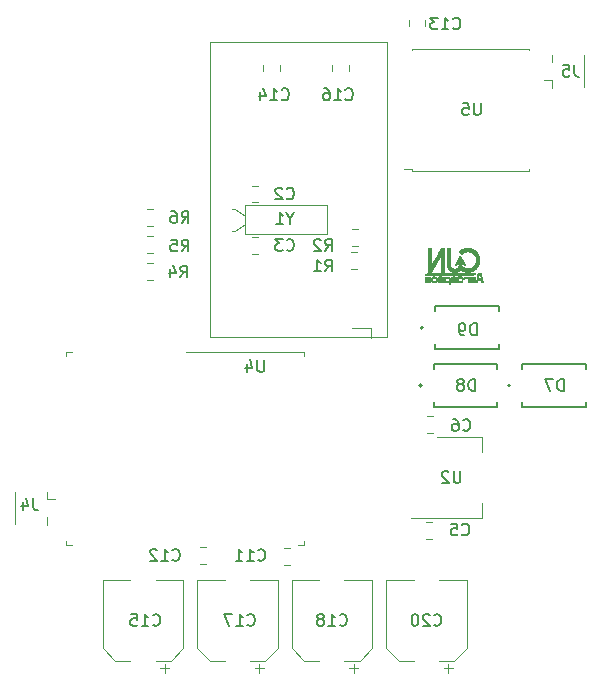
<source format=gbo>
%TF.GenerationSoftware,KiCad,Pcbnew,(5.1.6-0-10_14)*%
%TF.CreationDate,2021-05-13T11:26:55+02:00*%
%TF.ProjectId,ControlUnit,436f6e74-726f-46c5-956e-69742e6b6963,rev?*%
%TF.SameCoordinates,Original*%
%TF.FileFunction,Legend,Bot*%
%TF.FilePolarity,Positive*%
%FSLAX46Y46*%
G04 Gerber Fmt 4.6, Leading zero omitted, Abs format (unit mm)*
G04 Created by KiCad (PCBNEW (5.1.6-0-10_14)) date 2021-05-13 11:26:55*
%MOMM*%
%LPD*%
G01*
G04 APERTURE LIST*
%ADD10C,0.010000*%
%ADD11C,0.100000*%
%ADD12C,0.120000*%
%ADD13C,0.127000*%
%ADD14C,0.200000*%
%ADD15C,0.150000*%
G04 APERTURE END LIST*
D10*
%TO.C,G\u002A\u002A\u002A*%
G36*
X136637267Y-77386015D02*
G01*
X136618397Y-77386806D01*
X136603365Y-77388416D01*
X136591314Y-77391072D01*
X136581391Y-77395003D01*
X136572740Y-77400439D01*
X136564506Y-77407608D01*
X136555835Y-77416738D01*
X136545872Y-77428059D01*
X136538732Y-77436208D01*
X136524551Y-77452556D01*
X136513031Y-77466914D01*
X136503897Y-77480290D01*
X136496872Y-77493692D01*
X136491681Y-77508128D01*
X136488048Y-77524607D01*
X136485696Y-77544136D01*
X136484351Y-77567724D01*
X136483735Y-77596379D01*
X136483574Y-77631108D01*
X136483571Y-77637752D01*
X136483653Y-77669913D01*
X136483989Y-77695852D01*
X136484711Y-77716604D01*
X136485954Y-77733203D01*
X136487853Y-77746684D01*
X136490539Y-77758082D01*
X136494149Y-77768429D01*
X136498814Y-77778762D01*
X136502835Y-77786645D01*
X136508725Y-77795378D01*
X136518535Y-77807356D01*
X136530962Y-77821232D01*
X136544703Y-77835661D01*
X136558457Y-77849296D01*
X136570919Y-77860791D01*
X136580788Y-77868799D01*
X136584710Y-77871266D01*
X136590745Y-77873733D01*
X136598475Y-77875616D01*
X136609045Y-77877031D01*
X136623603Y-77878097D01*
X136643293Y-77878933D01*
X136665000Y-77879552D01*
X136692275Y-77880004D01*
X136722633Y-77880134D01*
X136753103Y-77879952D01*
X136780710Y-77879468D01*
X136792000Y-77879133D01*
X136814514Y-77878271D01*
X136831018Y-77877376D01*
X136842760Y-77876268D01*
X136850986Y-77874769D01*
X136856943Y-77872699D01*
X136861876Y-77869879D01*
X136863317Y-77868879D01*
X136871175Y-77863636D01*
X136876338Y-77860851D01*
X136876924Y-77860714D01*
X136877594Y-77864158D01*
X136878182Y-77873752D01*
X136878652Y-77888388D01*
X136878971Y-77906960D01*
X136879104Y-77928360D01*
X136879106Y-77930564D01*
X136879307Y-77953338D01*
X136879853Y-77974489D01*
X136880680Y-77992604D01*
X136881724Y-78006271D01*
X136882903Y-78014016D01*
X136889969Y-78029925D01*
X136900393Y-78041304D01*
X136912943Y-78047384D01*
X136926387Y-78047396D01*
X136932672Y-78045083D01*
X136939868Y-78039377D01*
X136947401Y-78030374D01*
X136949000Y-78027952D01*
X136957100Y-78014929D01*
X136957100Y-77714043D01*
X136879086Y-77714043D01*
X136855206Y-77740207D01*
X136831326Y-77766372D01*
X136611251Y-77766372D01*
X136587325Y-77740530D01*
X136563400Y-77714688D01*
X136563400Y-77553537D01*
X136587728Y-77525697D01*
X136612057Y-77497857D01*
X136831145Y-77497857D01*
X136855072Y-77525979D01*
X136878999Y-77554100D01*
X136879042Y-77634072D01*
X136879086Y-77714043D01*
X136957100Y-77714043D01*
X136957100Y-77517814D01*
X136945495Y-77494229D01*
X136936756Y-77479338D01*
X136924119Y-77461445D01*
X136909090Y-77442390D01*
X136893179Y-77424013D01*
X136877891Y-77408154D01*
X136866961Y-77398385D01*
X136853022Y-77387186D01*
X136725447Y-77386265D01*
X136689937Y-77385973D01*
X136660829Y-77385814D01*
X136637267Y-77386015D01*
G37*
X136637267Y-77386015D02*
X136618397Y-77386806D01*
X136603365Y-77388416D01*
X136591314Y-77391072D01*
X136581391Y-77395003D01*
X136572740Y-77400439D01*
X136564506Y-77407608D01*
X136555835Y-77416738D01*
X136545872Y-77428059D01*
X136538732Y-77436208D01*
X136524551Y-77452556D01*
X136513031Y-77466914D01*
X136503897Y-77480290D01*
X136496872Y-77493692D01*
X136491681Y-77508128D01*
X136488048Y-77524607D01*
X136485696Y-77544136D01*
X136484351Y-77567724D01*
X136483735Y-77596379D01*
X136483574Y-77631108D01*
X136483571Y-77637752D01*
X136483653Y-77669913D01*
X136483989Y-77695852D01*
X136484711Y-77716604D01*
X136485954Y-77733203D01*
X136487853Y-77746684D01*
X136490539Y-77758082D01*
X136494149Y-77768429D01*
X136498814Y-77778762D01*
X136502835Y-77786645D01*
X136508725Y-77795378D01*
X136518535Y-77807356D01*
X136530962Y-77821232D01*
X136544703Y-77835661D01*
X136558457Y-77849296D01*
X136570919Y-77860791D01*
X136580788Y-77868799D01*
X136584710Y-77871266D01*
X136590745Y-77873733D01*
X136598475Y-77875616D01*
X136609045Y-77877031D01*
X136623603Y-77878097D01*
X136643293Y-77878933D01*
X136665000Y-77879552D01*
X136692275Y-77880004D01*
X136722633Y-77880134D01*
X136753103Y-77879952D01*
X136780710Y-77879468D01*
X136792000Y-77879133D01*
X136814514Y-77878271D01*
X136831018Y-77877376D01*
X136842760Y-77876268D01*
X136850986Y-77874769D01*
X136856943Y-77872699D01*
X136861876Y-77869879D01*
X136863317Y-77868879D01*
X136871175Y-77863636D01*
X136876338Y-77860851D01*
X136876924Y-77860714D01*
X136877594Y-77864158D01*
X136878182Y-77873752D01*
X136878652Y-77888388D01*
X136878971Y-77906960D01*
X136879104Y-77928360D01*
X136879106Y-77930564D01*
X136879307Y-77953338D01*
X136879853Y-77974489D01*
X136880680Y-77992604D01*
X136881724Y-78006271D01*
X136882903Y-78014016D01*
X136889969Y-78029925D01*
X136900393Y-78041304D01*
X136912943Y-78047384D01*
X136926387Y-78047396D01*
X136932672Y-78045083D01*
X136939868Y-78039377D01*
X136947401Y-78030374D01*
X136949000Y-78027952D01*
X136957100Y-78014929D01*
X136957100Y-77714043D01*
X136879086Y-77714043D01*
X136855206Y-77740207D01*
X136831326Y-77766372D01*
X136611251Y-77766372D01*
X136587325Y-77740530D01*
X136563400Y-77714688D01*
X136563400Y-77553537D01*
X136587728Y-77525697D01*
X136612057Y-77497857D01*
X136831145Y-77497857D01*
X136855072Y-77525979D01*
X136878999Y-77554100D01*
X136879042Y-77634072D01*
X136879086Y-77714043D01*
X136957100Y-77714043D01*
X136957100Y-77517814D01*
X136945495Y-77494229D01*
X136936756Y-77479338D01*
X136924119Y-77461445D01*
X136909090Y-77442390D01*
X136893179Y-77424013D01*
X136877891Y-77408154D01*
X136866961Y-77398385D01*
X136853022Y-77387186D01*
X136725447Y-77386265D01*
X136689937Y-77385973D01*
X136660829Y-77385814D01*
X136637267Y-77386015D01*
G36*
X138910418Y-77382296D02*
G01*
X138895346Y-77382424D01*
X138861513Y-77382729D01*
X138834048Y-77383084D01*
X138812063Y-77383741D01*
X138794671Y-77384949D01*
X138780984Y-77386960D01*
X138770117Y-77390023D01*
X138761180Y-77394388D01*
X138753288Y-77400306D01*
X138745553Y-77408028D01*
X138737088Y-77417803D01*
X138727006Y-77429883D01*
X138726963Y-77429934D01*
X138708489Y-77452283D01*
X138694328Y-77470800D01*
X138683908Y-77487017D01*
X138676660Y-77502471D01*
X138672013Y-77518696D01*
X138669396Y-77537228D01*
X138668239Y-77559601D01*
X138667972Y-77587350D01*
X138667971Y-77588659D01*
X138668166Y-77613693D01*
X138668911Y-77632711D01*
X138670448Y-77646946D01*
X138673020Y-77657635D01*
X138676868Y-77666009D01*
X138682235Y-77673305D01*
X138685210Y-77676564D01*
X138694729Y-77686543D01*
X139059070Y-77686543D01*
X139061382Y-77695752D01*
X139062406Y-77700806D01*
X139062128Y-77705323D01*
X139059840Y-77710556D01*
X139054833Y-77717755D01*
X139046402Y-77728173D01*
X139036271Y-77740190D01*
X139014500Y-77765886D01*
X138797832Y-77766372D01*
X138770634Y-77740972D01*
X138757186Y-77728830D01*
X138747342Y-77721136D01*
X138739767Y-77717019D01*
X138733128Y-77715606D01*
X138731788Y-77715572D01*
X138718500Y-77718951D01*
X138707257Y-77728310D01*
X138698864Y-77742475D01*
X138694127Y-77760276D01*
X138693371Y-77771462D01*
X138694024Y-77783779D01*
X138696536Y-77794343D01*
X138701737Y-77804667D01*
X138710455Y-77816264D01*
X138723522Y-77830649D01*
X138728863Y-77836196D01*
X138739458Y-77847172D01*
X138748377Y-77856089D01*
X138756498Y-77863159D01*
X138764698Y-77868594D01*
X138773857Y-77872606D01*
X138784851Y-77875409D01*
X138798559Y-77877214D01*
X138815859Y-77878234D01*
X138837629Y-77878680D01*
X138864746Y-77878766D01*
X138898089Y-77878704D01*
X138904591Y-77878693D01*
X138937426Y-77878635D01*
X138963827Y-77878524D01*
X138984618Y-77878312D01*
X139000620Y-77877946D01*
X139012657Y-77877378D01*
X139021553Y-77876557D01*
X139028131Y-77875433D01*
X139033212Y-77873955D01*
X139037622Y-77872073D01*
X139040995Y-77870360D01*
X139051432Y-77863052D01*
X139064626Y-77851082D01*
X139079301Y-77835824D01*
X139094182Y-77818649D01*
X139107995Y-77800931D01*
X139115673Y-77789957D01*
X139122179Y-77779825D01*
X139127392Y-77770496D01*
X139131455Y-77761023D01*
X139134511Y-77750458D01*
X139136703Y-77737854D01*
X139138172Y-77722262D01*
X139139062Y-77702736D01*
X139139514Y-77678326D01*
X139139672Y-77648086D01*
X139139686Y-77630312D01*
X139139620Y-77594377D01*
X139139217Y-77564709D01*
X139139113Y-77562261D01*
X139062942Y-77562261D01*
X139061283Y-77568318D01*
X139060131Y-77569718D01*
X139057428Y-77570874D01*
X139052540Y-77571808D01*
X139044835Y-77572542D01*
X139033679Y-77573101D01*
X139018440Y-77573506D01*
X138998485Y-77573781D01*
X138973180Y-77573950D01*
X138941892Y-77574034D01*
X138903989Y-77574057D01*
X138747800Y-77574057D01*
X138747800Y-77564067D01*
X138750194Y-77555503D01*
X138757553Y-77543092D01*
X138770138Y-77526393D01*
X138770478Y-77525970D01*
X138793157Y-77497864D01*
X138904291Y-77497861D01*
X139015425Y-77497857D01*
X139039455Y-77524707D01*
X139051348Y-77538405D01*
X139058777Y-77548330D01*
X139062416Y-77555832D01*
X139062942Y-77562261D01*
X139139113Y-77562261D01*
X139138172Y-77540321D01*
X139136179Y-77520224D01*
X139132931Y-77503429D01*
X139128122Y-77488946D01*
X139121446Y-77475788D01*
X139112597Y-77462966D01*
X139101269Y-77449490D01*
X139087155Y-77434371D01*
X139075193Y-77422014D01*
X139060500Y-77407308D01*
X139049256Y-77397165D01*
X139040213Y-77390621D01*
X139032120Y-77386710D01*
X139027789Y-77385373D01*
X139018403Y-77384024D01*
X139002034Y-77383043D01*
X138978621Y-77382429D01*
X138948102Y-77382181D01*
X138910418Y-77382296D01*
G37*
X138910418Y-77382296D02*
X138895346Y-77382424D01*
X138861513Y-77382729D01*
X138834048Y-77383084D01*
X138812063Y-77383741D01*
X138794671Y-77384949D01*
X138780984Y-77386960D01*
X138770117Y-77390023D01*
X138761180Y-77394388D01*
X138753288Y-77400306D01*
X138745553Y-77408028D01*
X138737088Y-77417803D01*
X138727006Y-77429883D01*
X138726963Y-77429934D01*
X138708489Y-77452283D01*
X138694328Y-77470800D01*
X138683908Y-77487017D01*
X138676660Y-77502471D01*
X138672013Y-77518696D01*
X138669396Y-77537228D01*
X138668239Y-77559601D01*
X138667972Y-77587350D01*
X138667971Y-77588659D01*
X138668166Y-77613693D01*
X138668911Y-77632711D01*
X138670448Y-77646946D01*
X138673020Y-77657635D01*
X138676868Y-77666009D01*
X138682235Y-77673305D01*
X138685210Y-77676564D01*
X138694729Y-77686543D01*
X139059070Y-77686543D01*
X139061382Y-77695752D01*
X139062406Y-77700806D01*
X139062128Y-77705323D01*
X139059840Y-77710556D01*
X139054833Y-77717755D01*
X139046402Y-77728173D01*
X139036271Y-77740190D01*
X139014500Y-77765886D01*
X138797832Y-77766372D01*
X138770634Y-77740972D01*
X138757186Y-77728830D01*
X138747342Y-77721136D01*
X138739767Y-77717019D01*
X138733128Y-77715606D01*
X138731788Y-77715572D01*
X138718500Y-77718951D01*
X138707257Y-77728310D01*
X138698864Y-77742475D01*
X138694127Y-77760276D01*
X138693371Y-77771462D01*
X138694024Y-77783779D01*
X138696536Y-77794343D01*
X138701737Y-77804667D01*
X138710455Y-77816264D01*
X138723522Y-77830649D01*
X138728863Y-77836196D01*
X138739458Y-77847172D01*
X138748377Y-77856089D01*
X138756498Y-77863159D01*
X138764698Y-77868594D01*
X138773857Y-77872606D01*
X138784851Y-77875409D01*
X138798559Y-77877214D01*
X138815859Y-77878234D01*
X138837629Y-77878680D01*
X138864746Y-77878766D01*
X138898089Y-77878704D01*
X138904591Y-77878693D01*
X138937426Y-77878635D01*
X138963827Y-77878524D01*
X138984618Y-77878312D01*
X139000620Y-77877946D01*
X139012657Y-77877378D01*
X139021553Y-77876557D01*
X139028131Y-77875433D01*
X139033212Y-77873955D01*
X139037622Y-77872073D01*
X139040995Y-77870360D01*
X139051432Y-77863052D01*
X139064626Y-77851082D01*
X139079301Y-77835824D01*
X139094182Y-77818649D01*
X139107995Y-77800931D01*
X139115673Y-77789957D01*
X139122179Y-77779825D01*
X139127392Y-77770496D01*
X139131455Y-77761023D01*
X139134511Y-77750458D01*
X139136703Y-77737854D01*
X139138172Y-77722262D01*
X139139062Y-77702736D01*
X139139514Y-77678326D01*
X139139672Y-77648086D01*
X139139686Y-77630312D01*
X139139620Y-77594377D01*
X139139217Y-77564709D01*
X139139113Y-77562261D01*
X139062942Y-77562261D01*
X139061283Y-77568318D01*
X139060131Y-77569718D01*
X139057428Y-77570874D01*
X139052540Y-77571808D01*
X139044835Y-77572542D01*
X139033679Y-77573101D01*
X139018440Y-77573506D01*
X138998485Y-77573781D01*
X138973180Y-77573950D01*
X138941892Y-77574034D01*
X138903989Y-77574057D01*
X138747800Y-77574057D01*
X138747800Y-77564067D01*
X138750194Y-77555503D01*
X138757553Y-77543092D01*
X138770138Y-77526393D01*
X138770478Y-77525970D01*
X138793157Y-77497864D01*
X138904291Y-77497861D01*
X139015425Y-77497857D01*
X139039455Y-77524707D01*
X139051348Y-77538405D01*
X139058777Y-77548330D01*
X139062416Y-77555832D01*
X139062942Y-77562261D01*
X139139113Y-77562261D01*
X139138172Y-77540321D01*
X139136179Y-77520224D01*
X139132931Y-77503429D01*
X139128122Y-77488946D01*
X139121446Y-77475788D01*
X139112597Y-77462966D01*
X139101269Y-77449490D01*
X139087155Y-77434371D01*
X139075193Y-77422014D01*
X139060500Y-77407308D01*
X139049256Y-77397165D01*
X139040213Y-77390621D01*
X139032120Y-77386710D01*
X139027789Y-77385373D01*
X139018403Y-77384024D01*
X139002034Y-77383043D01*
X138978621Y-77382429D01*
X138948102Y-77382181D01*
X138910418Y-77382296D01*
G36*
X136096870Y-77378584D02*
G01*
X136078318Y-77379344D01*
X136063754Y-77380721D01*
X136052362Y-77382842D01*
X136043325Y-77385836D01*
X136035825Y-77389830D01*
X136029045Y-77394951D01*
X136022170Y-77401327D01*
X136018824Y-77404643D01*
X136001532Y-77423076D01*
X135984662Y-77443137D01*
X135969527Y-77463114D01*
X135957438Y-77481294D01*
X135950919Y-77493232D01*
X135941100Y-77514186D01*
X135939979Y-77696522D01*
X135938859Y-77878857D01*
X136015486Y-77878857D01*
X136015486Y-77853395D01*
X136054172Y-77875229D01*
X136175198Y-77875229D01*
X136210476Y-77875250D01*
X136239362Y-77875149D01*
X136262720Y-77874681D01*
X136281414Y-77873601D01*
X136296308Y-77871663D01*
X136308266Y-77868622D01*
X136318152Y-77864233D01*
X136326830Y-77858249D01*
X136335163Y-77850427D01*
X136344017Y-77840520D01*
X136354255Y-77828283D01*
X136358522Y-77823169D01*
X136371248Y-77807338D01*
X136383160Y-77791380D01*
X136392931Y-77777141D01*
X136399235Y-77766470D01*
X136399284Y-77766372D01*
X136402752Y-77759097D01*
X136405322Y-77752431D01*
X136407151Y-77745112D01*
X136408398Y-77735878D01*
X136409219Y-77723466D01*
X136409772Y-77706615D01*
X136410015Y-77694187D01*
X136334084Y-77694187D01*
X136333378Y-77700240D01*
X136329538Y-77708154D01*
X136321888Y-77719042D01*
X136310498Y-77733131D01*
X136285814Y-77762616D01*
X136176351Y-77762679D01*
X136066887Y-77762743D01*
X136043041Y-77736436D01*
X136031686Y-77723526D01*
X136024561Y-77714166D01*
X136020736Y-77706800D01*
X136019283Y-77699872D01*
X136019154Y-77696483D01*
X136019114Y-77682837D01*
X136332986Y-77684729D01*
X136334084Y-77694187D01*
X136410015Y-77694187D01*
X136410214Y-77684063D01*
X136410318Y-77677859D01*
X136410633Y-77651002D01*
X136410446Y-77630320D01*
X136409556Y-77614740D01*
X136407766Y-77603187D01*
X136404877Y-77594586D01*
X136400689Y-77587864D01*
X136395005Y-77581944D01*
X136392108Y-77579427D01*
X136381415Y-77570429D01*
X136019114Y-77570429D01*
X136019114Y-77560176D01*
X136020960Y-77552591D01*
X136026883Y-77542378D01*
X136037458Y-77528612D01*
X136042500Y-77522626D01*
X136065885Y-77495327D01*
X136093847Y-77492964D01*
X136105939Y-77492257D01*
X136123736Y-77491635D01*
X136145686Y-77491131D01*
X136170238Y-77490778D01*
X136195838Y-77490610D01*
X136203227Y-77490600D01*
X136284644Y-77490600D01*
X136310629Y-77514504D01*
X136325841Y-77528070D01*
X136337302Y-77536944D01*
X136346265Y-77541689D01*
X136353981Y-77542870D01*
X136361702Y-77541051D01*
X136365667Y-77539331D01*
X136377399Y-77530039D01*
X136386086Y-77515820D01*
X136391113Y-77498590D01*
X136391863Y-77480260D01*
X136389115Y-77466530D01*
X136384453Y-77457843D01*
X136375628Y-77445838D01*
X136363962Y-77431948D01*
X136350776Y-77417608D01*
X136337392Y-77404251D01*
X136325131Y-77393310D01*
X136315317Y-77386221D01*
X136314843Y-77385954D01*
X136310973Y-77384272D01*
X136305570Y-77382903D01*
X136297854Y-77381805D01*
X136287049Y-77380934D01*
X136272377Y-77380248D01*
X136253059Y-77379703D01*
X136228319Y-77379256D01*
X136197378Y-77378864D01*
X136184628Y-77378728D01*
X136149208Y-77378404D01*
X136120228Y-77378313D01*
X136096870Y-77378584D01*
G37*
X136096870Y-77378584D02*
X136078318Y-77379344D01*
X136063754Y-77380721D01*
X136052362Y-77382842D01*
X136043325Y-77385836D01*
X136035825Y-77389830D01*
X136029045Y-77394951D01*
X136022170Y-77401327D01*
X136018824Y-77404643D01*
X136001532Y-77423076D01*
X135984662Y-77443137D01*
X135969527Y-77463114D01*
X135957438Y-77481294D01*
X135950919Y-77493232D01*
X135941100Y-77514186D01*
X135939979Y-77696522D01*
X135938859Y-77878857D01*
X136015486Y-77878857D01*
X136015486Y-77853395D01*
X136054172Y-77875229D01*
X136175198Y-77875229D01*
X136210476Y-77875250D01*
X136239362Y-77875149D01*
X136262720Y-77874681D01*
X136281414Y-77873601D01*
X136296308Y-77871663D01*
X136308266Y-77868622D01*
X136318152Y-77864233D01*
X136326830Y-77858249D01*
X136335163Y-77850427D01*
X136344017Y-77840520D01*
X136354255Y-77828283D01*
X136358522Y-77823169D01*
X136371248Y-77807338D01*
X136383160Y-77791380D01*
X136392931Y-77777141D01*
X136399235Y-77766470D01*
X136399284Y-77766372D01*
X136402752Y-77759097D01*
X136405322Y-77752431D01*
X136407151Y-77745112D01*
X136408398Y-77735878D01*
X136409219Y-77723466D01*
X136409772Y-77706615D01*
X136410015Y-77694187D01*
X136334084Y-77694187D01*
X136333378Y-77700240D01*
X136329538Y-77708154D01*
X136321888Y-77719042D01*
X136310498Y-77733131D01*
X136285814Y-77762616D01*
X136176351Y-77762679D01*
X136066887Y-77762743D01*
X136043041Y-77736436D01*
X136031686Y-77723526D01*
X136024561Y-77714166D01*
X136020736Y-77706800D01*
X136019283Y-77699872D01*
X136019154Y-77696483D01*
X136019114Y-77682837D01*
X136332986Y-77684729D01*
X136334084Y-77694187D01*
X136410015Y-77694187D01*
X136410214Y-77684063D01*
X136410318Y-77677859D01*
X136410633Y-77651002D01*
X136410446Y-77630320D01*
X136409556Y-77614740D01*
X136407766Y-77603187D01*
X136404877Y-77594586D01*
X136400689Y-77587864D01*
X136395005Y-77581944D01*
X136392108Y-77579427D01*
X136381415Y-77570429D01*
X136019114Y-77570429D01*
X136019114Y-77560176D01*
X136020960Y-77552591D01*
X136026883Y-77542378D01*
X136037458Y-77528612D01*
X136042500Y-77522626D01*
X136065885Y-77495327D01*
X136093847Y-77492964D01*
X136105939Y-77492257D01*
X136123736Y-77491635D01*
X136145686Y-77491131D01*
X136170238Y-77490778D01*
X136195838Y-77490610D01*
X136203227Y-77490600D01*
X136284644Y-77490600D01*
X136310629Y-77514504D01*
X136325841Y-77528070D01*
X136337302Y-77536944D01*
X136346265Y-77541689D01*
X136353981Y-77542870D01*
X136361702Y-77541051D01*
X136365667Y-77539331D01*
X136377399Y-77530039D01*
X136386086Y-77515820D01*
X136391113Y-77498590D01*
X136391863Y-77480260D01*
X136389115Y-77466530D01*
X136384453Y-77457843D01*
X136375628Y-77445838D01*
X136363962Y-77431948D01*
X136350776Y-77417608D01*
X136337392Y-77404251D01*
X136325131Y-77393310D01*
X136315317Y-77386221D01*
X136314843Y-77385954D01*
X136310973Y-77384272D01*
X136305570Y-77382903D01*
X136297854Y-77381805D01*
X136287049Y-77380934D01*
X136272377Y-77380248D01*
X136253059Y-77379703D01*
X136228319Y-77379256D01*
X136197378Y-77378864D01*
X136184628Y-77378728D01*
X136149208Y-77378404D01*
X136120228Y-77378313D01*
X136096870Y-77378584D01*
G36*
X135062438Y-77381775D02*
G01*
X135036392Y-77382069D01*
X135012602Y-77382585D01*
X134992240Y-77383323D01*
X134976482Y-77384282D01*
X134966502Y-77385464D01*
X134965014Y-77385804D01*
X134952855Y-77390262D01*
X134941919Y-77395969D01*
X134940609Y-77396853D01*
X134931941Y-77404479D01*
X134920443Y-77416614D01*
X134907337Y-77431745D01*
X134893843Y-77448358D01*
X134881181Y-77464941D01*
X134870571Y-77479979D01*
X134863233Y-77491960D01*
X134862087Y-77494229D01*
X134858615Y-77501982D01*
X134856073Y-77509294D01*
X134854284Y-77517529D01*
X134853070Y-77528051D01*
X134852253Y-77542227D01*
X134851656Y-77561419D01*
X134851306Y-77576996D01*
X134850858Y-77603967D01*
X134850890Y-77624764D01*
X134851552Y-77640461D01*
X134852993Y-77652134D01*
X134855362Y-77660856D01*
X134858810Y-77667704D01*
X134863485Y-77673752D01*
X134864986Y-77675397D01*
X134875397Y-77686543D01*
X135242600Y-77686543D01*
X135242600Y-77698689D01*
X135241595Y-77705778D01*
X135238023Y-77713673D01*
X135231048Y-77723783D01*
X135219831Y-77737519D01*
X135218907Y-77738603D01*
X135195214Y-77766372D01*
X134980685Y-77766372D01*
X134953120Y-77740972D01*
X134937556Y-77727464D01*
X134925310Y-77719118D01*
X134915138Y-77715450D01*
X134905801Y-77715976D01*
X134897659Y-77719321D01*
X134889744Y-77726812D01*
X134882663Y-77739137D01*
X134877488Y-77753877D01*
X134875292Y-77768613D01*
X134875277Y-77769791D01*
X134876538Y-77784646D01*
X134880861Y-77798254D01*
X134889058Y-77812153D01*
X134901940Y-77827879D01*
X134911009Y-77837549D01*
X134921222Y-77848116D01*
X134929956Y-77856710D01*
X134938080Y-77863534D01*
X134946463Y-77868791D01*
X134955976Y-77872686D01*
X134967486Y-77875422D01*
X134981863Y-77877202D01*
X134999977Y-77878230D01*
X135022697Y-77878709D01*
X135050891Y-77878843D01*
X135085430Y-77878835D01*
X135087334Y-77878835D01*
X135121098Y-77878784D01*
X135148368Y-77878625D01*
X135169905Y-77878324D01*
X135186471Y-77877848D01*
X135198827Y-77877166D01*
X135207736Y-77876243D01*
X135213960Y-77875048D01*
X135218260Y-77873548D01*
X135219014Y-77873178D01*
X135231416Y-77864711D01*
X135246230Y-77851430D01*
X135262197Y-77834785D01*
X135278063Y-77816225D01*
X135292568Y-77797199D01*
X135304458Y-77779156D01*
X135310795Y-77767369D01*
X135320614Y-77746414D01*
X135321754Y-77635407D01*
X135322052Y-77603818D01*
X135322197Y-77578571D01*
X135322152Y-77561100D01*
X135242600Y-77561100D01*
X135242600Y-77574057D01*
X134926914Y-77574057D01*
X134926914Y-77565715D01*
X134929273Y-77559004D01*
X134935828Y-77548235D01*
X134945792Y-77534628D01*
X134951407Y-77527628D01*
X134975900Y-77497882D01*
X135086739Y-77497870D01*
X135197578Y-77497857D01*
X135220089Y-77523000D01*
X135231188Y-77535871D01*
X135238014Y-77545275D01*
X135241501Y-77552796D01*
X135242586Y-77560020D01*
X135242600Y-77561100D01*
X135322152Y-77561100D01*
X135322145Y-77558754D01*
X135321853Y-77543452D01*
X135321277Y-77531752D01*
X135320374Y-77522740D01*
X135319100Y-77515502D01*
X135317411Y-77509125D01*
X135315453Y-77503230D01*
X135309641Y-77488652D01*
X135302529Y-77475232D01*
X135293145Y-77461611D01*
X135280517Y-77446425D01*
X135263673Y-77428316D01*
X135257114Y-77421558D01*
X135243025Y-77407492D01*
X135232357Y-77397862D01*
X135223745Y-77391651D01*
X135215823Y-77387841D01*
X135209243Y-77385880D01*
X135200296Y-77384635D01*
X135185384Y-77383610D01*
X135165680Y-77382803D01*
X135142359Y-77382216D01*
X135116595Y-77381848D01*
X135089563Y-77381701D01*
X135062438Y-77381775D01*
G37*
X135062438Y-77381775D02*
X135036392Y-77382069D01*
X135012602Y-77382585D01*
X134992240Y-77383323D01*
X134976482Y-77384282D01*
X134966502Y-77385464D01*
X134965014Y-77385804D01*
X134952855Y-77390262D01*
X134941919Y-77395969D01*
X134940609Y-77396853D01*
X134931941Y-77404479D01*
X134920443Y-77416614D01*
X134907337Y-77431745D01*
X134893843Y-77448358D01*
X134881181Y-77464941D01*
X134870571Y-77479979D01*
X134863233Y-77491960D01*
X134862087Y-77494229D01*
X134858615Y-77501982D01*
X134856073Y-77509294D01*
X134854284Y-77517529D01*
X134853070Y-77528051D01*
X134852253Y-77542227D01*
X134851656Y-77561419D01*
X134851306Y-77576996D01*
X134850858Y-77603967D01*
X134850890Y-77624764D01*
X134851552Y-77640461D01*
X134852993Y-77652134D01*
X134855362Y-77660856D01*
X134858810Y-77667704D01*
X134863485Y-77673752D01*
X134864986Y-77675397D01*
X134875397Y-77686543D01*
X135242600Y-77686543D01*
X135242600Y-77698689D01*
X135241595Y-77705778D01*
X135238023Y-77713673D01*
X135231048Y-77723783D01*
X135219831Y-77737519D01*
X135218907Y-77738603D01*
X135195214Y-77766372D01*
X134980685Y-77766372D01*
X134953120Y-77740972D01*
X134937556Y-77727464D01*
X134925310Y-77719118D01*
X134915138Y-77715450D01*
X134905801Y-77715976D01*
X134897659Y-77719321D01*
X134889744Y-77726812D01*
X134882663Y-77739137D01*
X134877488Y-77753877D01*
X134875292Y-77768613D01*
X134875277Y-77769791D01*
X134876538Y-77784646D01*
X134880861Y-77798254D01*
X134889058Y-77812153D01*
X134901940Y-77827879D01*
X134911009Y-77837549D01*
X134921222Y-77848116D01*
X134929956Y-77856710D01*
X134938080Y-77863534D01*
X134946463Y-77868791D01*
X134955976Y-77872686D01*
X134967486Y-77875422D01*
X134981863Y-77877202D01*
X134999977Y-77878230D01*
X135022697Y-77878709D01*
X135050891Y-77878843D01*
X135085430Y-77878835D01*
X135087334Y-77878835D01*
X135121098Y-77878784D01*
X135148368Y-77878625D01*
X135169905Y-77878324D01*
X135186471Y-77877848D01*
X135198827Y-77877166D01*
X135207736Y-77876243D01*
X135213960Y-77875048D01*
X135218260Y-77873548D01*
X135219014Y-77873178D01*
X135231416Y-77864711D01*
X135246230Y-77851430D01*
X135262197Y-77834785D01*
X135278063Y-77816225D01*
X135292568Y-77797199D01*
X135304458Y-77779156D01*
X135310795Y-77767369D01*
X135320614Y-77746414D01*
X135321754Y-77635407D01*
X135322052Y-77603818D01*
X135322197Y-77578571D01*
X135322152Y-77561100D01*
X135242600Y-77561100D01*
X135242600Y-77574057D01*
X134926914Y-77574057D01*
X134926914Y-77565715D01*
X134929273Y-77559004D01*
X134935828Y-77548235D01*
X134945792Y-77534628D01*
X134951407Y-77527628D01*
X134975900Y-77497882D01*
X135086739Y-77497870D01*
X135197578Y-77497857D01*
X135220089Y-77523000D01*
X135231188Y-77535871D01*
X135238014Y-77545275D01*
X135241501Y-77552796D01*
X135242586Y-77560020D01*
X135242600Y-77561100D01*
X135322152Y-77561100D01*
X135322145Y-77558754D01*
X135321853Y-77543452D01*
X135321277Y-77531752D01*
X135320374Y-77522740D01*
X135319100Y-77515502D01*
X135317411Y-77509125D01*
X135315453Y-77503230D01*
X135309641Y-77488652D01*
X135302529Y-77475232D01*
X135293145Y-77461611D01*
X135280517Y-77446425D01*
X135263673Y-77428316D01*
X135257114Y-77421558D01*
X135243025Y-77407492D01*
X135232357Y-77397862D01*
X135223745Y-77391651D01*
X135215823Y-77387841D01*
X135209243Y-77385880D01*
X135200296Y-77384635D01*
X135185384Y-77383610D01*
X135165680Y-77382803D01*
X135142359Y-77382216D01*
X135116595Y-77381848D01*
X135089563Y-77381701D01*
X135062438Y-77381775D01*
G36*
X139472788Y-77106701D02*
G01*
X139444535Y-77107049D01*
X139422588Y-77107408D01*
X139405996Y-77107869D01*
X139393807Y-77108524D01*
X139385071Y-77109464D01*
X139378837Y-77110782D01*
X139374153Y-77112567D01*
X139370068Y-77114913D01*
X139367173Y-77116857D01*
X139357314Y-77125069D01*
X139346502Y-77136221D01*
X139340678Y-77143261D01*
X139338434Y-77146224D01*
X139336370Y-77149194D01*
X139334402Y-77152566D01*
X139332448Y-77156738D01*
X139330426Y-77162103D01*
X139328253Y-77169059D01*
X139325847Y-77178000D01*
X139323125Y-77189324D01*
X139320005Y-77203424D01*
X139316405Y-77220698D01*
X139312241Y-77241541D01*
X139307431Y-77266348D01*
X139301894Y-77295516D01*
X139295546Y-77329440D01*
X139288305Y-77368516D01*
X139280089Y-77413140D01*
X139270815Y-77463708D01*
X139260400Y-77520615D01*
X139248763Y-77584257D01*
X139248526Y-77585553D01*
X139239769Y-77633544D01*
X139232299Y-77674960D01*
X139226084Y-77710363D01*
X139221094Y-77740314D01*
X139217300Y-77765377D01*
X139214670Y-77786111D01*
X139213176Y-77803079D01*
X139212785Y-77816844D01*
X139213469Y-77827966D01*
X139215196Y-77837007D01*
X139217937Y-77844530D01*
X139221661Y-77851096D01*
X139226338Y-77857267D01*
X139231938Y-77863605D01*
X139233450Y-77865250D01*
X139241366Y-77872279D01*
X139249312Y-77874546D01*
X139260181Y-77872688D01*
X139263171Y-77871814D01*
X139279136Y-77864570D01*
X139289887Y-77853550D01*
X139293741Y-77846371D01*
X139295884Y-77839429D01*
X139299013Y-77826414D01*
X139302900Y-77808408D01*
X139307322Y-77786495D01*
X139312052Y-77761757D01*
X139316821Y-77735529D01*
X139334178Y-77637557D01*
X139625570Y-77635661D01*
X139627977Y-77649309D01*
X139631194Y-77666829D01*
X139635240Y-77687771D01*
X139639881Y-77711026D01*
X139644881Y-77735489D01*
X139650007Y-77760050D01*
X139655024Y-77783603D01*
X139659697Y-77805041D01*
X139663791Y-77823256D01*
X139667072Y-77837140D01*
X139669304Y-77845587D01*
X139669972Y-77847461D01*
X139679143Y-77861334D01*
X139689858Y-77869019D01*
X139703674Y-77871584D01*
X139705123Y-77871600D01*
X139715448Y-77870901D01*
X139723203Y-77867861D01*
X139731302Y-77861065D01*
X139735333Y-77856933D01*
X139738835Y-77853263D01*
X139741957Y-77849738D01*
X139744645Y-77845998D01*
X139746847Y-77841681D01*
X139748509Y-77836426D01*
X139749579Y-77829873D01*
X139750004Y-77821660D01*
X139749731Y-77811426D01*
X139748707Y-77798811D01*
X139746879Y-77783453D01*
X139744195Y-77764991D01*
X139740601Y-77743064D01*
X139736044Y-77717312D01*
X139730472Y-77687372D01*
X139723831Y-77652885D01*
X139716069Y-77613489D01*
X139707134Y-77568824D01*
X139696971Y-77518527D01*
X139692916Y-77498578D01*
X139596886Y-77498578D01*
X139596521Y-77500418D01*
X139594928Y-77501876D01*
X139591354Y-77502997D01*
X139585049Y-77503823D01*
X139575262Y-77504398D01*
X139561243Y-77504767D01*
X139542240Y-77504971D01*
X139517503Y-77505056D01*
X139486280Y-77505065D01*
X139485307Y-77505065D01*
X139457241Y-77504988D01*
X139431268Y-77504793D01*
X139408346Y-77504499D01*
X139389431Y-77504120D01*
X139375480Y-77503675D01*
X139367453Y-77503179D01*
X139366126Y-77502974D01*
X139363945Y-77502230D01*
X139362379Y-77500794D01*
X139361503Y-77497878D01*
X139361391Y-77492696D01*
X139362119Y-77484458D01*
X139363762Y-77472377D01*
X139366393Y-77455666D01*
X139370088Y-77433535D01*
X139374923Y-77405198D01*
X139376036Y-77398702D01*
X139380908Y-77370494D01*
X139385738Y-77342971D01*
X139390292Y-77317427D01*
X139394337Y-77295158D01*
X139397640Y-77277457D01*
X139399967Y-77265629D01*
X139406386Y-77234786D01*
X139473956Y-77233800D01*
X139541527Y-77232815D01*
X139549543Y-77264643D01*
X139552421Y-77276770D01*
X139556211Y-77293776D01*
X139560698Y-77314598D01*
X139565666Y-77338169D01*
X139570899Y-77363423D01*
X139576182Y-77389295D01*
X139581299Y-77414719D01*
X139586033Y-77438630D01*
X139590171Y-77459962D01*
X139593495Y-77477649D01*
X139595791Y-77490626D01*
X139596842Y-77497826D01*
X139596886Y-77498578D01*
X139692916Y-77498578D01*
X139685528Y-77462238D01*
X139672752Y-77399597D01*
X139658591Y-77330241D01*
X139657056Y-77322726D01*
X139650375Y-77290291D01*
X139643993Y-77259854D01*
X139638083Y-77232198D01*
X139632816Y-77208104D01*
X139628365Y-77188357D01*
X139624904Y-77173739D01*
X139622603Y-77165033D01*
X139621905Y-77163069D01*
X139612521Y-77148698D01*
X139599535Y-77133433D01*
X139585534Y-77120172D01*
X139579573Y-77115618D01*
X139565141Y-77105617D01*
X139472788Y-77106701D01*
G37*
X139472788Y-77106701D02*
X139444535Y-77107049D01*
X139422588Y-77107408D01*
X139405996Y-77107869D01*
X139393807Y-77108524D01*
X139385071Y-77109464D01*
X139378837Y-77110782D01*
X139374153Y-77112567D01*
X139370068Y-77114913D01*
X139367173Y-77116857D01*
X139357314Y-77125069D01*
X139346502Y-77136221D01*
X139340678Y-77143261D01*
X139338434Y-77146224D01*
X139336370Y-77149194D01*
X139334402Y-77152566D01*
X139332448Y-77156738D01*
X139330426Y-77162103D01*
X139328253Y-77169059D01*
X139325847Y-77178000D01*
X139323125Y-77189324D01*
X139320005Y-77203424D01*
X139316405Y-77220698D01*
X139312241Y-77241541D01*
X139307431Y-77266348D01*
X139301894Y-77295516D01*
X139295546Y-77329440D01*
X139288305Y-77368516D01*
X139280089Y-77413140D01*
X139270815Y-77463708D01*
X139260400Y-77520615D01*
X139248763Y-77584257D01*
X139248526Y-77585553D01*
X139239769Y-77633544D01*
X139232299Y-77674960D01*
X139226084Y-77710363D01*
X139221094Y-77740314D01*
X139217300Y-77765377D01*
X139214670Y-77786111D01*
X139213176Y-77803079D01*
X139212785Y-77816844D01*
X139213469Y-77827966D01*
X139215196Y-77837007D01*
X139217937Y-77844530D01*
X139221661Y-77851096D01*
X139226338Y-77857267D01*
X139231938Y-77863605D01*
X139233450Y-77865250D01*
X139241366Y-77872279D01*
X139249312Y-77874546D01*
X139260181Y-77872688D01*
X139263171Y-77871814D01*
X139279136Y-77864570D01*
X139289887Y-77853550D01*
X139293741Y-77846371D01*
X139295884Y-77839429D01*
X139299013Y-77826414D01*
X139302900Y-77808408D01*
X139307322Y-77786495D01*
X139312052Y-77761757D01*
X139316821Y-77735529D01*
X139334178Y-77637557D01*
X139625570Y-77635661D01*
X139627977Y-77649309D01*
X139631194Y-77666829D01*
X139635240Y-77687771D01*
X139639881Y-77711026D01*
X139644881Y-77735489D01*
X139650007Y-77760050D01*
X139655024Y-77783603D01*
X139659697Y-77805041D01*
X139663791Y-77823256D01*
X139667072Y-77837140D01*
X139669304Y-77845587D01*
X139669972Y-77847461D01*
X139679143Y-77861334D01*
X139689858Y-77869019D01*
X139703674Y-77871584D01*
X139705123Y-77871600D01*
X139715448Y-77870901D01*
X139723203Y-77867861D01*
X139731302Y-77861065D01*
X139735333Y-77856933D01*
X139738835Y-77853263D01*
X139741957Y-77849738D01*
X139744645Y-77845998D01*
X139746847Y-77841681D01*
X139748509Y-77836426D01*
X139749579Y-77829873D01*
X139750004Y-77821660D01*
X139749731Y-77811426D01*
X139748707Y-77798811D01*
X139746879Y-77783453D01*
X139744195Y-77764991D01*
X139740601Y-77743064D01*
X139736044Y-77717312D01*
X139730472Y-77687372D01*
X139723831Y-77652885D01*
X139716069Y-77613489D01*
X139707134Y-77568824D01*
X139696971Y-77518527D01*
X139692916Y-77498578D01*
X139596886Y-77498578D01*
X139596521Y-77500418D01*
X139594928Y-77501876D01*
X139591354Y-77502997D01*
X139585049Y-77503823D01*
X139575262Y-77504398D01*
X139561243Y-77504767D01*
X139542240Y-77504971D01*
X139517503Y-77505056D01*
X139486280Y-77505065D01*
X139485307Y-77505065D01*
X139457241Y-77504988D01*
X139431268Y-77504793D01*
X139408346Y-77504499D01*
X139389431Y-77504120D01*
X139375480Y-77503675D01*
X139367453Y-77503179D01*
X139366126Y-77502974D01*
X139363945Y-77502230D01*
X139362379Y-77500794D01*
X139361503Y-77497878D01*
X139361391Y-77492696D01*
X139362119Y-77484458D01*
X139363762Y-77472377D01*
X139366393Y-77455666D01*
X139370088Y-77433535D01*
X139374923Y-77405198D01*
X139376036Y-77398702D01*
X139380908Y-77370494D01*
X139385738Y-77342971D01*
X139390292Y-77317427D01*
X139394337Y-77295158D01*
X139397640Y-77277457D01*
X139399967Y-77265629D01*
X139406386Y-77234786D01*
X139473956Y-77233800D01*
X139541527Y-77232815D01*
X139549543Y-77264643D01*
X139552421Y-77276770D01*
X139556211Y-77293776D01*
X139560698Y-77314598D01*
X139565666Y-77338169D01*
X139570899Y-77363423D01*
X139576182Y-77389295D01*
X139581299Y-77414719D01*
X139586033Y-77438630D01*
X139590171Y-77459962D01*
X139593495Y-77477649D01*
X139595791Y-77490626D01*
X139596842Y-77497826D01*
X139596886Y-77498578D01*
X139692916Y-77498578D01*
X139685528Y-77462238D01*
X139672752Y-77399597D01*
X139658591Y-77330241D01*
X139657056Y-77322726D01*
X139650375Y-77290291D01*
X139643993Y-77259854D01*
X139638083Y-77232198D01*
X139632816Y-77208104D01*
X139628365Y-77188357D01*
X139624904Y-77173739D01*
X139622603Y-77165033D01*
X139621905Y-77163069D01*
X139612521Y-77148698D01*
X139599535Y-77133433D01*
X139585534Y-77120172D01*
X139579573Y-77115618D01*
X139565141Y-77105617D01*
X139472788Y-77106701D01*
G36*
X138543229Y-77383195D02*
G01*
X138538666Y-77384626D01*
X138532710Y-77385806D01*
X138524678Y-77386759D01*
X138513888Y-77387508D01*
X138499656Y-77388075D01*
X138481300Y-77388484D01*
X138458137Y-77388757D01*
X138429484Y-77388918D01*
X138394657Y-77388990D01*
X138371070Y-77389000D01*
X138331644Y-77388980D01*
X138298753Y-77389005D01*
X138271675Y-77389205D01*
X138249688Y-77389709D01*
X138232070Y-77390645D01*
X138218100Y-77392144D01*
X138207055Y-77394333D01*
X138198214Y-77397342D01*
X138190855Y-77401301D01*
X138184256Y-77406337D01*
X138177695Y-77412581D01*
X138170450Y-77420161D01*
X138165061Y-77425836D01*
X138146030Y-77448241D01*
X138133244Y-77469870D01*
X138126078Y-77492285D01*
X138123906Y-77517050D01*
X138124285Y-77527805D01*
X138127728Y-77547897D01*
X138134785Y-77563430D01*
X138144783Y-77573783D01*
X138157049Y-77578335D01*
X138170910Y-77576465D01*
X138175071Y-77574664D01*
X138182793Y-77569453D01*
X138188976Y-77561473D01*
X138195056Y-77548762D01*
X138196359Y-77545546D01*
X138203660Y-77530413D01*
X138212182Y-77517541D01*
X138217281Y-77511982D01*
X138229029Y-77501486D01*
X138515057Y-77501486D01*
X138516250Y-77669307D01*
X138516560Y-77709320D01*
X138516890Y-77742725D01*
X138517264Y-77770173D01*
X138517709Y-77792313D01*
X138518251Y-77809794D01*
X138518914Y-77823267D01*
X138519724Y-77833382D01*
X138520707Y-77840787D01*
X138521889Y-77846133D01*
X138523295Y-77850070D01*
X138523380Y-77850262D01*
X138532620Y-77864300D01*
X138544361Y-77872772D01*
X138557301Y-77875322D01*
X138570132Y-77871591D01*
X138578162Y-77865250D01*
X138585747Y-77855609D01*
X138591289Y-77845696D01*
X138591541Y-77845057D01*
X138592509Y-77838687D01*
X138593338Y-77825086D01*
X138594029Y-77804280D01*
X138594579Y-77776294D01*
X138594989Y-77741152D01*
X138595259Y-77698880D01*
X138595388Y-77649504D01*
X138595400Y-77627204D01*
X138595400Y-77419566D01*
X138587236Y-77403376D01*
X138577720Y-77388911D01*
X138566844Y-77381330D01*
X138553846Y-77380284D01*
X138543229Y-77383195D01*
G37*
X138543229Y-77383195D02*
X138538666Y-77384626D01*
X138532710Y-77385806D01*
X138524678Y-77386759D01*
X138513888Y-77387508D01*
X138499656Y-77388075D01*
X138481300Y-77388484D01*
X138458137Y-77388757D01*
X138429484Y-77388918D01*
X138394657Y-77388990D01*
X138371070Y-77389000D01*
X138331644Y-77388980D01*
X138298753Y-77389005D01*
X138271675Y-77389205D01*
X138249688Y-77389709D01*
X138232070Y-77390645D01*
X138218100Y-77392144D01*
X138207055Y-77394333D01*
X138198214Y-77397342D01*
X138190855Y-77401301D01*
X138184256Y-77406337D01*
X138177695Y-77412581D01*
X138170450Y-77420161D01*
X138165061Y-77425836D01*
X138146030Y-77448241D01*
X138133244Y-77469870D01*
X138126078Y-77492285D01*
X138123906Y-77517050D01*
X138124285Y-77527805D01*
X138127728Y-77547897D01*
X138134785Y-77563430D01*
X138144783Y-77573783D01*
X138157049Y-77578335D01*
X138170910Y-77576465D01*
X138175071Y-77574664D01*
X138182793Y-77569453D01*
X138188976Y-77561473D01*
X138195056Y-77548762D01*
X138196359Y-77545546D01*
X138203660Y-77530413D01*
X138212182Y-77517541D01*
X138217281Y-77511982D01*
X138229029Y-77501486D01*
X138515057Y-77501486D01*
X138516250Y-77669307D01*
X138516560Y-77709320D01*
X138516890Y-77742725D01*
X138517264Y-77770173D01*
X138517709Y-77792313D01*
X138518251Y-77809794D01*
X138518914Y-77823267D01*
X138519724Y-77833382D01*
X138520707Y-77840787D01*
X138521889Y-77846133D01*
X138523295Y-77850070D01*
X138523380Y-77850262D01*
X138532620Y-77864300D01*
X138544361Y-77872772D01*
X138557301Y-77875322D01*
X138570132Y-77871591D01*
X138578162Y-77865250D01*
X138585747Y-77855609D01*
X138591289Y-77845696D01*
X138591541Y-77845057D01*
X138592509Y-77838687D01*
X138593338Y-77825086D01*
X138594029Y-77804280D01*
X138594579Y-77776294D01*
X138594989Y-77741152D01*
X138595259Y-77698880D01*
X138595388Y-77649504D01*
X138595400Y-77627204D01*
X138595400Y-77419566D01*
X138587236Y-77403376D01*
X138577720Y-77388911D01*
X138566844Y-77381330D01*
X138553846Y-77380284D01*
X138543229Y-77383195D01*
G36*
X137677862Y-77387509D02*
G01*
X137667424Y-77394847D01*
X137654922Y-77405825D01*
X137642720Y-77418331D01*
X137640315Y-77421073D01*
X137623311Y-77441045D01*
X137609729Y-77457801D01*
X137599170Y-77472531D01*
X137591235Y-77486426D01*
X137585526Y-77500675D01*
X137581642Y-77516470D01*
X137579187Y-77535000D01*
X137577760Y-77557456D01*
X137576963Y-77585029D01*
X137576512Y-77611506D01*
X137576092Y-77647988D01*
X137576241Y-77678240D01*
X137577213Y-77703284D01*
X137579262Y-77724139D01*
X137582642Y-77741828D01*
X137587607Y-77757370D01*
X137594411Y-77771786D01*
X137603309Y-77786098D01*
X137614555Y-77801326D01*
X137627892Y-77817872D01*
X137639408Y-77831932D01*
X137649090Y-77843395D01*
X137657814Y-77852533D01*
X137666458Y-77859614D01*
X137675902Y-77864910D01*
X137687023Y-77868690D01*
X137700698Y-77871225D01*
X137717807Y-77872785D01*
X137739226Y-77873639D01*
X137765835Y-77874059D01*
X137798510Y-77874315D01*
X137811628Y-77874416D01*
X137844608Y-77874672D01*
X137871150Y-77874812D01*
X137892074Y-77874797D01*
X137908199Y-77874586D01*
X137920345Y-77874138D01*
X137929331Y-77873415D01*
X137935976Y-77872374D01*
X137941100Y-77870978D01*
X137945521Y-77869184D01*
X137948577Y-77867701D01*
X137958514Y-77860977D01*
X137971500Y-77849589D01*
X137986260Y-77834698D01*
X137993477Y-77826786D01*
X138007981Y-77810354D01*
X138018548Y-77797887D01*
X138026122Y-77787976D01*
X138031643Y-77779214D01*
X138036054Y-77770190D01*
X138040295Y-77759498D01*
X138042534Y-77753393D01*
X138045116Y-77745978D01*
X138047120Y-77738998D01*
X138048618Y-77731431D01*
X138049683Y-77722255D01*
X138050387Y-77710447D01*
X138050802Y-77694985D01*
X138051001Y-77674846D01*
X138051056Y-77649008D01*
X138051051Y-77632856D01*
X138050880Y-77595790D01*
X138050228Y-77564985D01*
X138049132Y-77545271D01*
X137971286Y-77545271D01*
X137971242Y-77625885D01*
X137971199Y-77706500D01*
X137947272Y-77734622D01*
X137923345Y-77762743D01*
X137706576Y-77762743D01*
X137695939Y-77750950D01*
X137687647Y-77741491D01*
X137677457Y-77729508D01*
X137670451Y-77721081D01*
X137655600Y-77703005D01*
X137655600Y-77551358D01*
X137706764Y-77490600D01*
X137813422Y-77490600D01*
X137844363Y-77490544D01*
X137868977Y-77490533D01*
X137888192Y-77490799D01*
X137902936Y-77491576D01*
X137914136Y-77493097D01*
X137922720Y-77495595D01*
X137929617Y-77499303D01*
X137935753Y-77504454D01*
X137942058Y-77511283D01*
X137949457Y-77520021D01*
X137954655Y-77526100D01*
X137971286Y-77545271D01*
X138049132Y-77545271D01*
X138048807Y-77539447D01*
X138046332Y-77518184D01*
X138042514Y-77500201D01*
X138037068Y-77484504D01*
X138029705Y-77470101D01*
X138020139Y-77455999D01*
X138008082Y-77441202D01*
X137993248Y-77424718D01*
X137989865Y-77421070D01*
X137979629Y-77410072D01*
X137970839Y-77401131D01*
X137962621Y-77394033D01*
X137954104Y-77388567D01*
X137944416Y-77384519D01*
X137932685Y-77381677D01*
X137918039Y-77379829D01*
X137899605Y-77378761D01*
X137876512Y-77378261D01*
X137847887Y-77378116D01*
X137813695Y-77378114D01*
X137694682Y-77378114D01*
X137677862Y-77387509D01*
G37*
X137677862Y-77387509D02*
X137667424Y-77394847D01*
X137654922Y-77405825D01*
X137642720Y-77418331D01*
X137640315Y-77421073D01*
X137623311Y-77441045D01*
X137609729Y-77457801D01*
X137599170Y-77472531D01*
X137591235Y-77486426D01*
X137585526Y-77500675D01*
X137581642Y-77516470D01*
X137579187Y-77535000D01*
X137577760Y-77557456D01*
X137576963Y-77585029D01*
X137576512Y-77611506D01*
X137576092Y-77647988D01*
X137576241Y-77678240D01*
X137577213Y-77703284D01*
X137579262Y-77724139D01*
X137582642Y-77741828D01*
X137587607Y-77757370D01*
X137594411Y-77771786D01*
X137603309Y-77786098D01*
X137614555Y-77801326D01*
X137627892Y-77817872D01*
X137639408Y-77831932D01*
X137649090Y-77843395D01*
X137657814Y-77852533D01*
X137666458Y-77859614D01*
X137675902Y-77864910D01*
X137687023Y-77868690D01*
X137700698Y-77871225D01*
X137717807Y-77872785D01*
X137739226Y-77873639D01*
X137765835Y-77874059D01*
X137798510Y-77874315D01*
X137811628Y-77874416D01*
X137844608Y-77874672D01*
X137871150Y-77874812D01*
X137892074Y-77874797D01*
X137908199Y-77874586D01*
X137920345Y-77874138D01*
X137929331Y-77873415D01*
X137935976Y-77872374D01*
X137941100Y-77870978D01*
X137945521Y-77869184D01*
X137948577Y-77867701D01*
X137958514Y-77860977D01*
X137971500Y-77849589D01*
X137986260Y-77834698D01*
X137993477Y-77826786D01*
X138007981Y-77810354D01*
X138018548Y-77797887D01*
X138026122Y-77787976D01*
X138031643Y-77779214D01*
X138036054Y-77770190D01*
X138040295Y-77759498D01*
X138042534Y-77753393D01*
X138045116Y-77745978D01*
X138047120Y-77738998D01*
X138048618Y-77731431D01*
X138049683Y-77722255D01*
X138050387Y-77710447D01*
X138050802Y-77694985D01*
X138051001Y-77674846D01*
X138051056Y-77649008D01*
X138051051Y-77632856D01*
X138050880Y-77595790D01*
X138050228Y-77564985D01*
X138049132Y-77545271D01*
X137971286Y-77545271D01*
X137971242Y-77625885D01*
X137971199Y-77706500D01*
X137947272Y-77734622D01*
X137923345Y-77762743D01*
X137706576Y-77762743D01*
X137695939Y-77750950D01*
X137687647Y-77741491D01*
X137677457Y-77729508D01*
X137670451Y-77721081D01*
X137655600Y-77703005D01*
X137655600Y-77551358D01*
X137706764Y-77490600D01*
X137813422Y-77490600D01*
X137844363Y-77490544D01*
X137868977Y-77490533D01*
X137888192Y-77490799D01*
X137902936Y-77491576D01*
X137914136Y-77493097D01*
X137922720Y-77495595D01*
X137929617Y-77499303D01*
X137935753Y-77504454D01*
X137942058Y-77511283D01*
X137949457Y-77520021D01*
X137954655Y-77526100D01*
X137971286Y-77545271D01*
X138049132Y-77545271D01*
X138048807Y-77539447D01*
X138046332Y-77518184D01*
X138042514Y-77500201D01*
X138037068Y-77484504D01*
X138029705Y-77470101D01*
X138020139Y-77455999D01*
X138008082Y-77441202D01*
X137993248Y-77424718D01*
X137989865Y-77421070D01*
X137979629Y-77410072D01*
X137970839Y-77401131D01*
X137962621Y-77394033D01*
X137954104Y-77388567D01*
X137944416Y-77384519D01*
X137932685Y-77381677D01*
X137918039Y-77379829D01*
X137899605Y-77378761D01*
X137876512Y-77378261D01*
X137847887Y-77378116D01*
X137813695Y-77378114D01*
X137694682Y-77378114D01*
X137677862Y-77387509D01*
G36*
X137300539Y-77378463D02*
G01*
X137272660Y-77378624D01*
X137259847Y-77378743D01*
X137227703Y-77379109D01*
X137201986Y-77379500D01*
X137181862Y-77379969D01*
X137166500Y-77380570D01*
X137155070Y-77381355D01*
X137146738Y-77382377D01*
X137140674Y-77383689D01*
X137136046Y-77385344D01*
X137133086Y-77386805D01*
X137123380Y-77393700D01*
X137110964Y-77404916D01*
X137096845Y-77419271D01*
X137082029Y-77435582D01*
X137067523Y-77452669D01*
X137054335Y-77469348D01*
X137043472Y-77484437D01*
X137035941Y-77496754D01*
X137032845Y-77504483D01*
X137031674Y-77522925D01*
X137034460Y-77541249D01*
X137040575Y-77557512D01*
X137049393Y-77569773D01*
X137055388Y-77574226D01*
X137065995Y-77578484D01*
X137075540Y-77578504D01*
X137085338Y-77573754D01*
X137096708Y-77563697D01*
X137105857Y-77553728D01*
X137118280Y-77539693D01*
X137131423Y-77525071D01*
X137142801Y-77512624D01*
X137144646Y-77510639D01*
X137161648Y-77492414D01*
X137268544Y-77491264D01*
X137375441Y-77490114D01*
X137399370Y-77518478D01*
X137409361Y-77530515D01*
X137417314Y-77540462D01*
X137422232Y-77547053D01*
X137423335Y-77548988D01*
X137420440Y-77551749D01*
X137412933Y-77556621D01*
X137405645Y-77560781D01*
X137387918Y-77570429D01*
X137268666Y-77570468D01*
X137234091Y-77570506D01*
X137205836Y-77570678D01*
X137182963Y-77571103D01*
X137164535Y-77571904D01*
X137149614Y-77573200D01*
X137137264Y-77575114D01*
X137126546Y-77577767D01*
X137116523Y-77581278D01*
X137106257Y-77585771D01*
X137094812Y-77591365D01*
X137090621Y-77593471D01*
X137067943Y-77607412D01*
X137051213Y-77623832D01*
X137039908Y-77643648D01*
X137033507Y-77667777D01*
X137031486Y-77697136D01*
X137031486Y-77697179D01*
X137033601Y-77728232D01*
X137039725Y-77755874D01*
X137049527Y-77778782D01*
X137053520Y-77785089D01*
X137065567Y-77801268D01*
X137079385Y-77818190D01*
X137093755Y-77834516D01*
X137107455Y-77848908D01*
X137119265Y-77860026D01*
X137127572Y-77866307D01*
X137142795Y-77875229D01*
X137265847Y-77874934D01*
X137304162Y-77874738D01*
X137335527Y-77874346D01*
X137360246Y-77873745D01*
X137378624Y-77872926D01*
X137390965Y-77871878D01*
X137397575Y-77870591D01*
X137398046Y-77870398D01*
X137408198Y-77864945D01*
X137414887Y-77860649D01*
X137420632Y-77855407D01*
X137429675Y-77845863D01*
X137441001Y-77833222D01*
X137453590Y-77818691D01*
X137466428Y-77803475D01*
X137478495Y-77788781D01*
X137488777Y-77775814D01*
X137496254Y-77765780D01*
X137499911Y-77759886D01*
X137499951Y-77759785D01*
X137502545Y-77747357D01*
X137503010Y-77731461D01*
X137501450Y-77715531D01*
X137498258Y-77703662D01*
X137490015Y-77690596D01*
X137478862Y-77681381D01*
X137466513Y-77676940D01*
X137454684Y-77678199D01*
X137452704Y-77679123D01*
X137447952Y-77683065D01*
X137439519Y-77691425D01*
X137428450Y-77703115D01*
X137415792Y-77717046D01*
X137410737Y-77722754D01*
X137375575Y-77762743D01*
X137267724Y-77762743D01*
X137234429Y-77762661D01*
X137207795Y-77762398D01*
X137187229Y-77761930D01*
X137172137Y-77761235D01*
X137161923Y-77760288D01*
X137155995Y-77759065D01*
X137154270Y-77758207D01*
X137149746Y-77753680D01*
X137142538Y-77745592D01*
X137133937Y-77735500D01*
X137125233Y-77724963D01*
X137117720Y-77715539D01*
X137112687Y-77708788D01*
X137111314Y-77706373D01*
X137114261Y-77704009D01*
X137121838Y-77699602D01*
X137128645Y-77696026D01*
X137133377Y-77693721D01*
X137138089Y-77691837D01*
X137143574Y-77690311D01*
X137150624Y-77689080D01*
X137160033Y-77688080D01*
X137172592Y-77687248D01*
X137189095Y-77686520D01*
X137210334Y-77685833D01*
X137237102Y-77685123D01*
X137270191Y-77684327D01*
X137276802Y-77684172D01*
X137407628Y-77681100D01*
X137436013Y-77666586D01*
X137457588Y-77654385D01*
X137473445Y-77642400D01*
X137484967Y-77629365D01*
X137493541Y-77614014D01*
X137493542Y-77614012D01*
X137499452Y-77594528D01*
X137502431Y-77570772D01*
X137502550Y-77545079D01*
X137499882Y-77519783D01*
X137494497Y-77497221D01*
X137489589Y-77485157D01*
X137485242Y-77478109D01*
X137477455Y-77466923D01*
X137467324Y-77453127D01*
X137455945Y-77438249D01*
X137455739Y-77437986D01*
X137436119Y-77414585D01*
X137418582Y-77397463D01*
X137402556Y-77386143D01*
X137387466Y-77380153D01*
X137385274Y-77379690D01*
X137378899Y-77379199D01*
X137366253Y-77378823D01*
X137348320Y-77378571D01*
X137326087Y-77378448D01*
X137300539Y-77378463D01*
G37*
X137300539Y-77378463D02*
X137272660Y-77378624D01*
X137259847Y-77378743D01*
X137227703Y-77379109D01*
X137201986Y-77379500D01*
X137181862Y-77379969D01*
X137166500Y-77380570D01*
X137155070Y-77381355D01*
X137146738Y-77382377D01*
X137140674Y-77383689D01*
X137136046Y-77385344D01*
X137133086Y-77386805D01*
X137123380Y-77393700D01*
X137110964Y-77404916D01*
X137096845Y-77419271D01*
X137082029Y-77435582D01*
X137067523Y-77452669D01*
X137054335Y-77469348D01*
X137043472Y-77484437D01*
X137035941Y-77496754D01*
X137032845Y-77504483D01*
X137031674Y-77522925D01*
X137034460Y-77541249D01*
X137040575Y-77557512D01*
X137049393Y-77569773D01*
X137055388Y-77574226D01*
X137065995Y-77578484D01*
X137075540Y-77578504D01*
X137085338Y-77573754D01*
X137096708Y-77563697D01*
X137105857Y-77553728D01*
X137118280Y-77539693D01*
X137131423Y-77525071D01*
X137142801Y-77512624D01*
X137144646Y-77510639D01*
X137161648Y-77492414D01*
X137268544Y-77491264D01*
X137375441Y-77490114D01*
X137399370Y-77518478D01*
X137409361Y-77530515D01*
X137417314Y-77540462D01*
X137422232Y-77547053D01*
X137423335Y-77548988D01*
X137420440Y-77551749D01*
X137412933Y-77556621D01*
X137405645Y-77560781D01*
X137387918Y-77570429D01*
X137268666Y-77570468D01*
X137234091Y-77570506D01*
X137205836Y-77570678D01*
X137182963Y-77571103D01*
X137164535Y-77571904D01*
X137149614Y-77573200D01*
X137137264Y-77575114D01*
X137126546Y-77577767D01*
X137116523Y-77581278D01*
X137106257Y-77585771D01*
X137094812Y-77591365D01*
X137090621Y-77593471D01*
X137067943Y-77607412D01*
X137051213Y-77623832D01*
X137039908Y-77643648D01*
X137033507Y-77667777D01*
X137031486Y-77697136D01*
X137031486Y-77697179D01*
X137033601Y-77728232D01*
X137039725Y-77755874D01*
X137049527Y-77778782D01*
X137053520Y-77785089D01*
X137065567Y-77801268D01*
X137079385Y-77818190D01*
X137093755Y-77834516D01*
X137107455Y-77848908D01*
X137119265Y-77860026D01*
X137127572Y-77866307D01*
X137142795Y-77875229D01*
X137265847Y-77874934D01*
X137304162Y-77874738D01*
X137335527Y-77874346D01*
X137360246Y-77873745D01*
X137378624Y-77872926D01*
X137390965Y-77871878D01*
X137397575Y-77870591D01*
X137398046Y-77870398D01*
X137408198Y-77864945D01*
X137414887Y-77860649D01*
X137420632Y-77855407D01*
X137429675Y-77845863D01*
X137441001Y-77833222D01*
X137453590Y-77818691D01*
X137466428Y-77803475D01*
X137478495Y-77788781D01*
X137488777Y-77775814D01*
X137496254Y-77765780D01*
X137499911Y-77759886D01*
X137499951Y-77759785D01*
X137502545Y-77747357D01*
X137503010Y-77731461D01*
X137501450Y-77715531D01*
X137498258Y-77703662D01*
X137490015Y-77690596D01*
X137478862Y-77681381D01*
X137466513Y-77676940D01*
X137454684Y-77678199D01*
X137452704Y-77679123D01*
X137447952Y-77683065D01*
X137439519Y-77691425D01*
X137428450Y-77703115D01*
X137415792Y-77717046D01*
X137410737Y-77722754D01*
X137375575Y-77762743D01*
X137267724Y-77762743D01*
X137234429Y-77762661D01*
X137207795Y-77762398D01*
X137187229Y-77761930D01*
X137172137Y-77761235D01*
X137161923Y-77760288D01*
X137155995Y-77759065D01*
X137154270Y-77758207D01*
X137149746Y-77753680D01*
X137142538Y-77745592D01*
X137133937Y-77735500D01*
X137125233Y-77724963D01*
X137117720Y-77715539D01*
X137112687Y-77708788D01*
X137111314Y-77706373D01*
X137114261Y-77704009D01*
X137121838Y-77699602D01*
X137128645Y-77696026D01*
X137133377Y-77693721D01*
X137138089Y-77691837D01*
X137143574Y-77690311D01*
X137150624Y-77689080D01*
X137160033Y-77688080D01*
X137172592Y-77687248D01*
X137189095Y-77686520D01*
X137210334Y-77685833D01*
X137237102Y-77685123D01*
X137270191Y-77684327D01*
X137276802Y-77684172D01*
X137407628Y-77681100D01*
X137436013Y-77666586D01*
X137457588Y-77654385D01*
X137473445Y-77642400D01*
X137484967Y-77629365D01*
X137493541Y-77614014D01*
X137493542Y-77614012D01*
X137499452Y-77594528D01*
X137502431Y-77570772D01*
X137502550Y-77545079D01*
X137499882Y-77519783D01*
X137494497Y-77497221D01*
X137489589Y-77485157D01*
X137485242Y-77478109D01*
X137477455Y-77466923D01*
X137467324Y-77453127D01*
X137455945Y-77438249D01*
X137455739Y-77437986D01*
X137436119Y-77414585D01*
X137418582Y-77397463D01*
X137402556Y-77386143D01*
X137387466Y-77380153D01*
X137385274Y-77379690D01*
X137378899Y-77379199D01*
X137366253Y-77378823D01*
X137348320Y-77378571D01*
X137326087Y-77378448D01*
X137300539Y-77378463D01*
G36*
X135498362Y-77387025D02*
G01*
X135488876Y-77394487D01*
X135476787Y-77406805D01*
X135463019Y-77422729D01*
X135448495Y-77441005D01*
X135434137Y-77460381D01*
X135420870Y-77479606D01*
X135409617Y-77497426D01*
X135401300Y-77512591D01*
X135396844Y-77523847D01*
X135396577Y-77525062D01*
X135395544Y-77542869D01*
X135398555Y-77560178D01*
X135404883Y-77575531D01*
X135413803Y-77587470D01*
X135424589Y-77594535D01*
X135431788Y-77595829D01*
X135442067Y-77594644D01*
X135449313Y-77592262D01*
X135453642Y-77588172D01*
X135461213Y-77579228D01*
X135471140Y-77566546D01*
X135482538Y-77551242D01*
X135489186Y-77542009D01*
X135522394Y-77495323D01*
X135566310Y-77492961D01*
X135585821Y-77492130D01*
X135610033Y-77491426D01*
X135636392Y-77490908D01*
X135662341Y-77490631D01*
X135673041Y-77490600D01*
X135735857Y-77490600D01*
X135749768Y-77509650D01*
X135759770Y-77523440D01*
X135770409Y-77538243D01*
X135776189Y-77546358D01*
X135788700Y-77564016D01*
X135788098Y-77628724D01*
X135787497Y-77693432D01*
X135763298Y-77728141D01*
X135739098Y-77762850D01*
X135631538Y-77761889D01*
X135523977Y-77760929D01*
X135507567Y-77738666D01*
X135496925Y-77724194D01*
X135484627Y-77707420D01*
X135473289Y-77691910D01*
X135473014Y-77691533D01*
X135463298Y-77679308D01*
X135453680Y-77669028D01*
X135445898Y-77662506D01*
X135444397Y-77661653D01*
X135431875Y-77659112D01*
X135420000Y-77662901D01*
X135409583Y-77672099D01*
X135401436Y-77685780D01*
X135396370Y-77703021D01*
X135395080Y-77717827D01*
X135395522Y-77727574D01*
X135397479Y-77736162D01*
X135401752Y-77745628D01*
X135409144Y-77758011D01*
X135413650Y-77764999D01*
X135424214Y-77780741D01*
X135437127Y-77799321D01*
X135450336Y-77817810D01*
X135456807Y-77826639D01*
X135465900Y-77838930D01*
X135473718Y-77848955D01*
X135481096Y-77856944D01*
X135488866Y-77863126D01*
X135497865Y-77867730D01*
X135508927Y-77870986D01*
X135522886Y-77873124D01*
X135540577Y-77874373D01*
X135562834Y-77874963D01*
X135590492Y-77875122D01*
X135624385Y-77875082D01*
X135632910Y-77875068D01*
X135665722Y-77875001D01*
X135692094Y-77874866D01*
X135712843Y-77874619D01*
X135728786Y-77874214D01*
X135740740Y-77873606D01*
X135749522Y-77872752D01*
X135755948Y-77871604D01*
X135760836Y-77870120D01*
X135765003Y-77868253D01*
X135765995Y-77867738D01*
X135776176Y-77860170D01*
X135788739Y-77847501D01*
X135802705Y-77831065D01*
X135817096Y-77812195D01*
X135830933Y-77792221D01*
X135843238Y-77772478D01*
X135853031Y-77754297D01*
X135858306Y-77742034D01*
X135860940Y-77734399D01*
X135862960Y-77727127D01*
X135864445Y-77719134D01*
X135865478Y-77709333D01*
X135866141Y-77696638D01*
X135866513Y-77679962D01*
X135866677Y-77658221D01*
X135866714Y-77630327D01*
X135866714Y-77629786D01*
X135866617Y-77599706D01*
X135866290Y-77575888D01*
X135865680Y-77557338D01*
X135864735Y-77543062D01*
X135863401Y-77532069D01*
X135861627Y-77523364D01*
X135860916Y-77520756D01*
X135855916Y-77508368D01*
X135847295Y-77491922D01*
X135836037Y-77472970D01*
X135823126Y-77453062D01*
X135809546Y-77433749D01*
X135796282Y-77416583D01*
X135790476Y-77409743D01*
X135783622Y-77401990D01*
X135777579Y-77395714D01*
X135771518Y-77390750D01*
X135764608Y-77386935D01*
X135756021Y-77384105D01*
X135744926Y-77382097D01*
X135730495Y-77380747D01*
X135711898Y-77379890D01*
X135688305Y-77379365D01*
X135658887Y-77379006D01*
X135633442Y-77378757D01*
X135514469Y-77377585D01*
X135498362Y-77387025D01*
G37*
X135498362Y-77387025D02*
X135488876Y-77394487D01*
X135476787Y-77406805D01*
X135463019Y-77422729D01*
X135448495Y-77441005D01*
X135434137Y-77460381D01*
X135420870Y-77479606D01*
X135409617Y-77497426D01*
X135401300Y-77512591D01*
X135396844Y-77523847D01*
X135396577Y-77525062D01*
X135395544Y-77542869D01*
X135398555Y-77560178D01*
X135404883Y-77575531D01*
X135413803Y-77587470D01*
X135424589Y-77594535D01*
X135431788Y-77595829D01*
X135442067Y-77594644D01*
X135449313Y-77592262D01*
X135453642Y-77588172D01*
X135461213Y-77579228D01*
X135471140Y-77566546D01*
X135482538Y-77551242D01*
X135489186Y-77542009D01*
X135522394Y-77495323D01*
X135566310Y-77492961D01*
X135585821Y-77492130D01*
X135610033Y-77491426D01*
X135636392Y-77490908D01*
X135662341Y-77490631D01*
X135673041Y-77490600D01*
X135735857Y-77490600D01*
X135749768Y-77509650D01*
X135759770Y-77523440D01*
X135770409Y-77538243D01*
X135776189Y-77546358D01*
X135788700Y-77564016D01*
X135788098Y-77628724D01*
X135787497Y-77693432D01*
X135763298Y-77728141D01*
X135739098Y-77762850D01*
X135631538Y-77761889D01*
X135523977Y-77760929D01*
X135507567Y-77738666D01*
X135496925Y-77724194D01*
X135484627Y-77707420D01*
X135473289Y-77691910D01*
X135473014Y-77691533D01*
X135463298Y-77679308D01*
X135453680Y-77669028D01*
X135445898Y-77662506D01*
X135444397Y-77661653D01*
X135431875Y-77659112D01*
X135420000Y-77662901D01*
X135409583Y-77672099D01*
X135401436Y-77685780D01*
X135396370Y-77703021D01*
X135395080Y-77717827D01*
X135395522Y-77727574D01*
X135397479Y-77736162D01*
X135401752Y-77745628D01*
X135409144Y-77758011D01*
X135413650Y-77764999D01*
X135424214Y-77780741D01*
X135437127Y-77799321D01*
X135450336Y-77817810D01*
X135456807Y-77826639D01*
X135465900Y-77838930D01*
X135473718Y-77848955D01*
X135481096Y-77856944D01*
X135488866Y-77863126D01*
X135497865Y-77867730D01*
X135508927Y-77870986D01*
X135522886Y-77873124D01*
X135540577Y-77874373D01*
X135562834Y-77874963D01*
X135590492Y-77875122D01*
X135624385Y-77875082D01*
X135632910Y-77875068D01*
X135665722Y-77875001D01*
X135692094Y-77874866D01*
X135712843Y-77874619D01*
X135728786Y-77874214D01*
X135740740Y-77873606D01*
X135749522Y-77872752D01*
X135755948Y-77871604D01*
X135760836Y-77870120D01*
X135765003Y-77868253D01*
X135765995Y-77867738D01*
X135776176Y-77860170D01*
X135788739Y-77847501D01*
X135802705Y-77831065D01*
X135817096Y-77812195D01*
X135830933Y-77792221D01*
X135843238Y-77772478D01*
X135853031Y-77754297D01*
X135858306Y-77742034D01*
X135860940Y-77734399D01*
X135862960Y-77727127D01*
X135864445Y-77719134D01*
X135865478Y-77709333D01*
X135866141Y-77696638D01*
X135866513Y-77679962D01*
X135866677Y-77658221D01*
X135866714Y-77630327D01*
X135866714Y-77629786D01*
X135866617Y-77599706D01*
X135866290Y-77575888D01*
X135865680Y-77557338D01*
X135864735Y-77543062D01*
X135863401Y-77532069D01*
X135861627Y-77523364D01*
X135860916Y-77520756D01*
X135855916Y-77508368D01*
X135847295Y-77491922D01*
X135836037Y-77472970D01*
X135823126Y-77453062D01*
X135809546Y-77433749D01*
X135796282Y-77416583D01*
X135790476Y-77409743D01*
X135783622Y-77401990D01*
X135777579Y-77395714D01*
X135771518Y-77390750D01*
X135764608Y-77386935D01*
X135756021Y-77384105D01*
X135744926Y-77382097D01*
X135730495Y-77380747D01*
X135711898Y-77379890D01*
X135688305Y-77379365D01*
X135658887Y-77379006D01*
X135633442Y-77378757D01*
X135514469Y-77377585D01*
X135498362Y-77387025D01*
G36*
X134992698Y-77153535D02*
G01*
X134965367Y-77167560D01*
X134943841Y-77178736D01*
X134927444Y-77187480D01*
X134915497Y-77194205D01*
X134907325Y-77199329D01*
X134902250Y-77203265D01*
X134899596Y-77206429D01*
X134898686Y-77209238D01*
X134898722Y-77211200D01*
X134899700Y-77220272D01*
X136637786Y-77220332D01*
X136752180Y-77220332D01*
X136865766Y-77220324D01*
X136978274Y-77220308D01*
X137089437Y-77220285D01*
X137198985Y-77220255D01*
X137306650Y-77220218D01*
X137412162Y-77220174D01*
X137515254Y-77220124D01*
X137615657Y-77220067D01*
X137713102Y-77220005D01*
X137807320Y-77219937D01*
X137898043Y-77219863D01*
X137985002Y-77219784D01*
X138067927Y-77219700D01*
X138146552Y-77219611D01*
X138220607Y-77219518D01*
X138289822Y-77219421D01*
X138353931Y-77219319D01*
X138412663Y-77219214D01*
X138465750Y-77219106D01*
X138512924Y-77218994D01*
X138553916Y-77218879D01*
X138588457Y-77218761D01*
X138616278Y-77218640D01*
X138637111Y-77218518D01*
X138637128Y-77218518D01*
X138898386Y-77216643D01*
X138978364Y-77179910D01*
X139009000Y-77165834D01*
X139033647Y-77154436D01*
X139052904Y-77145355D01*
X139067370Y-77138226D01*
X139077645Y-77132685D01*
X139084328Y-77128369D01*
X139088017Y-77124914D01*
X139089313Y-77121956D01*
X139088813Y-77119131D01*
X139087118Y-77116076D01*
X139086109Y-77114503D01*
X139084064Y-77114182D01*
X139078262Y-77113870D01*
X139068577Y-77113568D01*
X139054883Y-77113275D01*
X139037054Y-77112990D01*
X139014963Y-77112713D01*
X138988483Y-77112444D01*
X138957489Y-77112182D01*
X138921854Y-77111927D01*
X138881452Y-77111678D01*
X138836156Y-77111435D01*
X138785840Y-77111198D01*
X138730379Y-77110965D01*
X138669644Y-77110737D01*
X138603511Y-77110514D01*
X138531853Y-77110294D01*
X138454543Y-77110077D01*
X138371456Y-77109863D01*
X138282465Y-77109652D01*
X138187443Y-77109443D01*
X138086264Y-77109235D01*
X137978802Y-77109028D01*
X137864931Y-77108822D01*
X137744524Y-77108617D01*
X137617456Y-77108411D01*
X137483598Y-77108205D01*
X137342827Y-77107997D01*
X137195014Y-77107788D01*
X137085547Y-77107639D01*
X135087652Y-77104942D01*
X134992698Y-77153535D01*
G37*
X134992698Y-77153535D02*
X134965367Y-77167560D01*
X134943841Y-77178736D01*
X134927444Y-77187480D01*
X134915497Y-77194205D01*
X134907325Y-77199329D01*
X134902250Y-77203265D01*
X134899596Y-77206429D01*
X134898686Y-77209238D01*
X134898722Y-77211200D01*
X134899700Y-77220272D01*
X136637786Y-77220332D01*
X136752180Y-77220332D01*
X136865766Y-77220324D01*
X136978274Y-77220308D01*
X137089437Y-77220285D01*
X137198985Y-77220255D01*
X137306650Y-77220218D01*
X137412162Y-77220174D01*
X137515254Y-77220124D01*
X137615657Y-77220067D01*
X137713102Y-77220005D01*
X137807320Y-77219937D01*
X137898043Y-77219863D01*
X137985002Y-77219784D01*
X138067927Y-77219700D01*
X138146552Y-77219611D01*
X138220607Y-77219518D01*
X138289822Y-77219421D01*
X138353931Y-77219319D01*
X138412663Y-77219214D01*
X138465750Y-77219106D01*
X138512924Y-77218994D01*
X138553916Y-77218879D01*
X138588457Y-77218761D01*
X138616278Y-77218640D01*
X138637111Y-77218518D01*
X138637128Y-77218518D01*
X138898386Y-77216643D01*
X138978364Y-77179910D01*
X139009000Y-77165834D01*
X139033647Y-77154436D01*
X139052904Y-77145355D01*
X139067370Y-77138226D01*
X139077645Y-77132685D01*
X139084328Y-77128369D01*
X139088017Y-77124914D01*
X139089313Y-77121956D01*
X139088813Y-77119131D01*
X139087118Y-77116076D01*
X139086109Y-77114503D01*
X139084064Y-77114182D01*
X139078262Y-77113870D01*
X139068577Y-77113568D01*
X139054883Y-77113275D01*
X139037054Y-77112990D01*
X139014963Y-77112713D01*
X138988483Y-77112444D01*
X138957489Y-77112182D01*
X138921854Y-77111927D01*
X138881452Y-77111678D01*
X138836156Y-77111435D01*
X138785840Y-77111198D01*
X138730379Y-77110965D01*
X138669644Y-77110737D01*
X138603511Y-77110514D01*
X138531853Y-77110294D01*
X138454543Y-77110077D01*
X138371456Y-77109863D01*
X138282465Y-77109652D01*
X138187443Y-77109443D01*
X138086264Y-77109235D01*
X137978802Y-77109028D01*
X137864931Y-77108822D01*
X137744524Y-77108617D01*
X137617456Y-77108411D01*
X137483598Y-77108205D01*
X137342827Y-77107997D01*
X137195014Y-77107788D01*
X137085547Y-77107639D01*
X135087652Y-77104942D01*
X134992698Y-77153535D01*
G36*
X138413549Y-74953224D02*
G01*
X138383330Y-74954514D01*
X138358117Y-74956488D01*
X138352286Y-74957154D01*
X138267141Y-74971252D01*
X138183973Y-74992030D01*
X138103266Y-75019293D01*
X138025503Y-75052849D01*
X137951169Y-75092504D01*
X137880747Y-75138066D01*
X137858637Y-75154222D01*
X137840382Y-75168354D01*
X137821266Y-75183809D01*
X137803503Y-75198759D01*
X137789311Y-75211376D01*
X137788787Y-75211863D01*
X137775730Y-75224426D01*
X137767351Y-75233594D01*
X137762732Y-75240589D01*
X137760952Y-75246632D01*
X137760828Y-75248954D01*
X137761377Y-75252404D01*
X137763338Y-75256715D01*
X137767189Y-75262417D01*
X137773405Y-75270042D01*
X137782461Y-75280120D01*
X137794835Y-75293181D01*
X137811001Y-75309756D01*
X137831436Y-75330377D01*
X137854863Y-75353824D01*
X137880031Y-75378876D01*
X137900645Y-75399194D01*
X137917217Y-75415239D01*
X137930260Y-75427471D01*
X137940286Y-75436351D01*
X137947807Y-75442342D01*
X137953335Y-75445903D01*
X137957384Y-75447496D01*
X137959185Y-75447700D01*
X137966330Y-75445947D01*
X137976489Y-75440384D01*
X137990434Y-75430534D01*
X138003943Y-75419963D01*
X138064856Y-75375285D01*
X138128048Y-75337273D01*
X138193216Y-75305996D01*
X138260054Y-75281517D01*
X138328259Y-75263903D01*
X138397527Y-75253220D01*
X138467553Y-75249533D01*
X138538034Y-75252909D01*
X138608666Y-75263413D01*
X138664836Y-75276924D01*
X138732019Y-75299233D01*
X138794943Y-75327194D01*
X138854172Y-75361134D01*
X138910269Y-75401380D01*
X138963800Y-75448259D01*
X138968608Y-75452909D01*
X139018892Y-75506548D01*
X139062554Y-75563023D01*
X139099752Y-75622584D01*
X139130647Y-75685482D01*
X139152354Y-75742614D01*
X139171815Y-75812355D01*
X139184171Y-75882673D01*
X139189500Y-75953128D01*
X139187881Y-76023279D01*
X139179396Y-76092686D01*
X139164122Y-76160908D01*
X139142140Y-76227505D01*
X139113529Y-76292038D01*
X139078368Y-76354064D01*
X139036737Y-76413144D01*
X139029730Y-76421986D01*
X139012748Y-76441729D01*
X138991785Y-76464020D01*
X138968553Y-76487197D01*
X138944763Y-76509600D01*
X138922128Y-76529567D01*
X138903100Y-76544881D01*
X138845092Y-76584221D01*
X138783653Y-76617753D01*
X138719551Y-76645194D01*
X138653554Y-76666260D01*
X138586428Y-76680668D01*
X138518942Y-76688133D01*
X138514990Y-76688349D01*
X138458275Y-76689697D01*
X138405253Y-76687449D01*
X138354141Y-76681317D01*
X138303152Y-76671015D01*
X138250503Y-76656255D01*
X138194443Y-76636762D01*
X138138737Y-76613981D01*
X138089913Y-76589993D01*
X138047648Y-76564465D01*
X138011620Y-76537064D01*
X137981507Y-76507456D01*
X137956985Y-76475309D01*
X137937733Y-76440289D01*
X137923427Y-76402063D01*
X137913746Y-76360299D01*
X137911326Y-76344294D01*
X137909055Y-76324071D01*
X137908551Y-76309818D01*
X137909950Y-76300433D01*
X137913384Y-76294816D01*
X137917663Y-76292304D01*
X137921919Y-76293128D01*
X137932330Y-76296155D01*
X137948212Y-76301158D01*
X137968881Y-76307912D01*
X137993654Y-76316190D01*
X138021847Y-76325766D01*
X138052777Y-76336413D01*
X138085760Y-76347905D01*
X138087400Y-76348480D01*
X138126835Y-76362298D01*
X138160001Y-76373841D01*
X138187477Y-76383239D01*
X138209844Y-76390617D01*
X138227681Y-76396103D01*
X138241566Y-76399824D01*
X138252081Y-76401907D01*
X138259804Y-76402479D01*
X138265316Y-76401667D01*
X138269194Y-76399599D01*
X138272021Y-76396400D01*
X138274374Y-76392200D01*
X138275565Y-76389740D01*
X138278596Y-76380185D01*
X138276813Y-76371391D01*
X138276203Y-76369993D01*
X138273749Y-76365678D01*
X138267815Y-76355752D01*
X138258684Y-76340675D01*
X138246639Y-76320905D01*
X138231963Y-76296902D01*
X138214939Y-76269125D01*
X138195853Y-76238032D01*
X138174985Y-76204082D01*
X138152621Y-76167734D01*
X138129043Y-76129448D01*
X138104535Y-76089682D01*
X138079380Y-76048895D01*
X138053861Y-76007546D01*
X138028263Y-75966094D01*
X138002868Y-75924998D01*
X137977959Y-75884717D01*
X137953821Y-75845710D01*
X137930736Y-75808436D01*
X137908989Y-75773353D01*
X137888861Y-75740922D01*
X137870637Y-75711599D01*
X137854601Y-75685846D01*
X137841035Y-75664120D01*
X137830222Y-75646880D01*
X137822447Y-75634586D01*
X137817993Y-75627696D01*
X137817003Y-75626334D01*
X137815153Y-75629563D01*
X137809972Y-75638730D01*
X137801680Y-75653441D01*
X137790497Y-75673306D01*
X137776645Y-75697932D01*
X137760342Y-75726927D01*
X137741809Y-75759900D01*
X137721267Y-75796459D01*
X137698936Y-75836212D01*
X137675035Y-75878767D01*
X137649786Y-75923732D01*
X137623409Y-75970715D01*
X137607063Y-75999834D01*
X137571175Y-76063846D01*
X137538844Y-76121673D01*
X137510012Y-76173422D01*
X137484621Y-76219201D01*
X137462613Y-76259115D01*
X137443929Y-76293272D01*
X137428510Y-76321780D01*
X137416299Y-76344744D01*
X137407236Y-76362273D01*
X137401263Y-76374473D01*
X137398323Y-76381451D01*
X137397971Y-76382993D01*
X137400907Y-76395112D01*
X137409127Y-76402718D01*
X137421752Y-76405127D01*
X137426011Y-76404770D01*
X137432301Y-76403123D01*
X137444587Y-76399191D01*
X137462079Y-76393254D01*
X137483984Y-76385590D01*
X137509510Y-76376478D01*
X137537864Y-76366196D01*
X137568255Y-76355022D01*
X137582782Y-76349630D01*
X137613663Y-76338170D01*
X137642705Y-76327465D01*
X137669145Y-76317792D01*
X137692218Y-76309428D01*
X137711158Y-76302647D01*
X137725203Y-76297728D01*
X137733587Y-76294947D01*
X137735385Y-76294450D01*
X137743093Y-76293715D01*
X137748255Y-76295692D01*
X137751038Y-76301234D01*
X137751611Y-76311191D01*
X137750140Y-76326416D01*
X137746794Y-76347762D01*
X137746360Y-76350276D01*
X137738275Y-76393195D01*
X137729771Y-76430322D01*
X137720408Y-76463121D01*
X137709745Y-76493057D01*
X137697343Y-76521595D01*
X137691027Y-76534472D01*
X137667641Y-76575892D01*
X137642530Y-76610724D01*
X137614953Y-76639569D01*
X137584170Y-76663028D01*
X137549441Y-76681702D01*
X137510026Y-76696192D01*
X137483243Y-76703262D01*
X137474387Y-76704549D01*
X137459582Y-76705842D01*
X137440134Y-76707064D01*
X137417349Y-76708138D01*
X137392535Y-76708989D01*
X137379828Y-76709305D01*
X137350767Y-76709843D01*
X137327816Y-76710024D01*
X137309835Y-76709805D01*
X137295686Y-76709146D01*
X137284229Y-76708006D01*
X137274323Y-76706344D01*
X137269778Y-76705347D01*
X137225562Y-76691356D01*
X137183183Y-76670857D01*
X137143340Y-76644512D01*
X137106731Y-76612978D01*
X137074054Y-76576918D01*
X137046008Y-76536991D01*
X137023292Y-76493856D01*
X137010266Y-76460086D01*
X137005902Y-76445374D01*
X137001045Y-76426843D01*
X136996547Y-76407804D01*
X136995298Y-76402029D01*
X136994432Y-76397776D01*
X136993637Y-76393407D01*
X136992912Y-76388604D01*
X136992252Y-76383052D01*
X136991654Y-76376433D01*
X136991116Y-76368431D01*
X136990634Y-76358729D01*
X136990206Y-76347010D01*
X136989827Y-76332959D01*
X136989495Y-76316258D01*
X136989206Y-76296590D01*
X136988958Y-76273639D01*
X136988748Y-76247089D01*
X136988571Y-76216622D01*
X136988426Y-76181923D01*
X136988308Y-76142673D01*
X136988216Y-76098558D01*
X136988145Y-76049260D01*
X136988092Y-75994462D01*
X136988055Y-75933848D01*
X136988030Y-75867101D01*
X136988014Y-75793904D01*
X136988004Y-75713942D01*
X136988000Y-75666898D01*
X136987991Y-75583059D01*
X136987977Y-75506174D01*
X136987955Y-75435939D01*
X136987923Y-75372051D01*
X136987876Y-75314206D01*
X136987814Y-75262100D01*
X136987731Y-75215430D01*
X136987626Y-75173893D01*
X136987496Y-75137184D01*
X136987338Y-75105001D01*
X136987149Y-75077041D01*
X136986926Y-75052998D01*
X136986667Y-75032570D01*
X136986368Y-75015454D01*
X136986026Y-75001346D01*
X136985639Y-74989941D01*
X136985204Y-74980938D01*
X136984717Y-74974032D01*
X136984177Y-74968920D01*
X136983580Y-74965298D01*
X136982923Y-74962862D01*
X136982203Y-74961310D01*
X136981419Y-74960338D01*
X136981307Y-74960234D01*
X136978866Y-74958602D01*
X136975033Y-74957291D01*
X136969064Y-74956267D01*
X136960215Y-74955496D01*
X136947741Y-74954944D01*
X136930898Y-74954575D01*
X136908941Y-74954356D01*
X136881126Y-74954252D01*
X136851241Y-74954229D01*
X136818057Y-74954241D01*
X136791370Y-74954307D01*
X136770422Y-74954473D01*
X136754453Y-74954781D01*
X136742703Y-74955277D01*
X136734412Y-74956006D01*
X136728822Y-74957011D01*
X136725172Y-74958337D01*
X136722704Y-74960030D01*
X136720898Y-74961866D01*
X136719873Y-74963175D01*
X136718954Y-74964972D01*
X136718132Y-74967640D01*
X136717403Y-74971565D01*
X136716760Y-74977129D01*
X136716195Y-74984715D01*
X136715702Y-74994709D01*
X136715274Y-75007493D01*
X136714906Y-75023452D01*
X136714589Y-75042969D01*
X136714319Y-75066428D01*
X136714087Y-75094213D01*
X136713887Y-75126707D01*
X136713714Y-75164295D01*
X136713559Y-75207359D01*
X136713417Y-75256285D01*
X136713281Y-75311455D01*
X136713144Y-75373253D01*
X136713053Y-75416344D01*
X136712956Y-75479721D01*
X136712921Y-75545741D01*
X136712946Y-75613500D01*
X136713027Y-75682092D01*
X136713162Y-75750613D01*
X136713348Y-75818158D01*
X136713582Y-75883820D01*
X136713861Y-75946697D01*
X136714183Y-76005881D01*
X136714544Y-76060469D01*
X136714942Y-76109554D01*
X136715347Y-76149843D01*
X136715950Y-76203803D01*
X136716494Y-76251080D01*
X136717024Y-76292249D01*
X136717581Y-76327883D01*
X136718211Y-76358556D01*
X136718957Y-76384843D01*
X136719863Y-76407317D01*
X136720972Y-76426552D01*
X136722328Y-76443122D01*
X136723976Y-76457601D01*
X136725958Y-76470563D01*
X136728319Y-76482581D01*
X136731102Y-76494231D01*
X136734350Y-76506085D01*
X136738109Y-76518718D01*
X136742421Y-76532704D01*
X136745213Y-76541729D01*
X136767517Y-76601926D01*
X136796335Y-76659812D01*
X136831144Y-76714844D01*
X136871420Y-76766481D01*
X136916640Y-76814177D01*
X136966280Y-76857392D01*
X137019815Y-76895581D01*
X137076723Y-76928202D01*
X137136480Y-76954711D01*
X137147600Y-76958829D01*
X137202173Y-76975353D01*
X137260353Y-76987352D01*
X137320211Y-76994621D01*
X137379822Y-76996956D01*
X137437256Y-76994152D01*
X137457843Y-76991734D01*
X137526686Y-76978748D01*
X137592359Y-76959234D01*
X137654874Y-76933185D01*
X137714245Y-76900597D01*
X137770484Y-76861462D01*
X137823004Y-76816344D01*
X137835385Y-76804790D01*
X137845869Y-76795336D01*
X137853344Y-76788965D01*
X137856685Y-76786657D01*
X137860496Y-76788607D01*
X137868788Y-76793839D01*
X137880124Y-76801430D01*
X137887038Y-76806207D01*
X137953538Y-76848521D01*
X138024827Y-76886166D01*
X138099753Y-76918640D01*
X138177167Y-76945444D01*
X138254314Y-76965725D01*
X138336396Y-76980235D01*
X138419714Y-76987773D01*
X138503649Y-76988379D01*
X138587586Y-76982097D01*
X138670907Y-76968971D01*
X138752996Y-76949044D01*
X138823531Y-76925987D01*
X138866664Y-76908434D01*
X138912815Y-76886664D01*
X138960119Y-76861730D01*
X139006710Y-76834687D01*
X139050721Y-76806588D01*
X139090285Y-76778488D01*
X139105214Y-76766870D01*
X139167596Y-76712289D01*
X139225493Y-76652531D01*
X139278539Y-76588188D01*
X139326367Y-76519855D01*
X139368610Y-76448123D01*
X139404903Y-76373586D01*
X139434877Y-76296838D01*
X139458168Y-76218470D01*
X139466459Y-76182410D01*
X139479160Y-76106209D01*
X139486207Y-76027395D01*
X139487571Y-75947726D01*
X139483219Y-75868959D01*
X139473317Y-75793981D01*
X139455354Y-75711445D01*
X139430666Y-75631195D01*
X139399529Y-75553598D01*
X139362218Y-75479025D01*
X139319008Y-75407844D01*
X139270174Y-75340425D01*
X139215991Y-75277136D01*
X139156735Y-75218347D01*
X139092680Y-75164427D01*
X139024102Y-75115746D01*
X138951276Y-75072671D01*
X138925825Y-75059483D01*
X138847951Y-75024232D01*
X138769003Y-74995970D01*
X138688127Y-74974431D01*
X138604468Y-74959349D01*
X138602657Y-74959098D01*
X138578903Y-74956565D01*
X138549725Y-74954636D01*
X138516863Y-74953324D01*
X138482054Y-74952642D01*
X138447037Y-74952604D01*
X138413549Y-74953224D01*
G37*
X138413549Y-74953224D02*
X138383330Y-74954514D01*
X138358117Y-74956488D01*
X138352286Y-74957154D01*
X138267141Y-74971252D01*
X138183973Y-74992030D01*
X138103266Y-75019293D01*
X138025503Y-75052849D01*
X137951169Y-75092504D01*
X137880747Y-75138066D01*
X137858637Y-75154222D01*
X137840382Y-75168354D01*
X137821266Y-75183809D01*
X137803503Y-75198759D01*
X137789311Y-75211376D01*
X137788787Y-75211863D01*
X137775730Y-75224426D01*
X137767351Y-75233594D01*
X137762732Y-75240589D01*
X137760952Y-75246632D01*
X137760828Y-75248954D01*
X137761377Y-75252404D01*
X137763338Y-75256715D01*
X137767189Y-75262417D01*
X137773405Y-75270042D01*
X137782461Y-75280120D01*
X137794835Y-75293181D01*
X137811001Y-75309756D01*
X137831436Y-75330377D01*
X137854863Y-75353824D01*
X137880031Y-75378876D01*
X137900645Y-75399194D01*
X137917217Y-75415239D01*
X137930260Y-75427471D01*
X137940286Y-75436351D01*
X137947807Y-75442342D01*
X137953335Y-75445903D01*
X137957384Y-75447496D01*
X137959185Y-75447700D01*
X137966330Y-75445947D01*
X137976489Y-75440384D01*
X137990434Y-75430534D01*
X138003943Y-75419963D01*
X138064856Y-75375285D01*
X138128048Y-75337273D01*
X138193216Y-75305996D01*
X138260054Y-75281517D01*
X138328259Y-75263903D01*
X138397527Y-75253220D01*
X138467553Y-75249533D01*
X138538034Y-75252909D01*
X138608666Y-75263413D01*
X138664836Y-75276924D01*
X138732019Y-75299233D01*
X138794943Y-75327194D01*
X138854172Y-75361134D01*
X138910269Y-75401380D01*
X138963800Y-75448259D01*
X138968608Y-75452909D01*
X139018892Y-75506548D01*
X139062554Y-75563023D01*
X139099752Y-75622584D01*
X139130647Y-75685482D01*
X139152354Y-75742614D01*
X139171815Y-75812355D01*
X139184171Y-75882673D01*
X139189500Y-75953128D01*
X139187881Y-76023279D01*
X139179396Y-76092686D01*
X139164122Y-76160908D01*
X139142140Y-76227505D01*
X139113529Y-76292038D01*
X139078368Y-76354064D01*
X139036737Y-76413144D01*
X139029730Y-76421986D01*
X139012748Y-76441729D01*
X138991785Y-76464020D01*
X138968553Y-76487197D01*
X138944763Y-76509600D01*
X138922128Y-76529567D01*
X138903100Y-76544881D01*
X138845092Y-76584221D01*
X138783653Y-76617753D01*
X138719551Y-76645194D01*
X138653554Y-76666260D01*
X138586428Y-76680668D01*
X138518942Y-76688133D01*
X138514990Y-76688349D01*
X138458275Y-76689697D01*
X138405253Y-76687449D01*
X138354141Y-76681317D01*
X138303152Y-76671015D01*
X138250503Y-76656255D01*
X138194443Y-76636762D01*
X138138737Y-76613981D01*
X138089913Y-76589993D01*
X138047648Y-76564465D01*
X138011620Y-76537064D01*
X137981507Y-76507456D01*
X137956985Y-76475309D01*
X137937733Y-76440289D01*
X137923427Y-76402063D01*
X137913746Y-76360299D01*
X137911326Y-76344294D01*
X137909055Y-76324071D01*
X137908551Y-76309818D01*
X137909950Y-76300433D01*
X137913384Y-76294816D01*
X137917663Y-76292304D01*
X137921919Y-76293128D01*
X137932330Y-76296155D01*
X137948212Y-76301158D01*
X137968881Y-76307912D01*
X137993654Y-76316190D01*
X138021847Y-76325766D01*
X138052777Y-76336413D01*
X138085760Y-76347905D01*
X138087400Y-76348480D01*
X138126835Y-76362298D01*
X138160001Y-76373841D01*
X138187477Y-76383239D01*
X138209844Y-76390617D01*
X138227681Y-76396103D01*
X138241566Y-76399824D01*
X138252081Y-76401907D01*
X138259804Y-76402479D01*
X138265316Y-76401667D01*
X138269194Y-76399599D01*
X138272021Y-76396400D01*
X138274374Y-76392200D01*
X138275565Y-76389740D01*
X138278596Y-76380185D01*
X138276813Y-76371391D01*
X138276203Y-76369993D01*
X138273749Y-76365678D01*
X138267815Y-76355752D01*
X138258684Y-76340675D01*
X138246639Y-76320905D01*
X138231963Y-76296902D01*
X138214939Y-76269125D01*
X138195853Y-76238032D01*
X138174985Y-76204082D01*
X138152621Y-76167734D01*
X138129043Y-76129448D01*
X138104535Y-76089682D01*
X138079380Y-76048895D01*
X138053861Y-76007546D01*
X138028263Y-75966094D01*
X138002868Y-75924998D01*
X137977959Y-75884717D01*
X137953821Y-75845710D01*
X137930736Y-75808436D01*
X137908989Y-75773353D01*
X137888861Y-75740922D01*
X137870637Y-75711599D01*
X137854601Y-75685846D01*
X137841035Y-75664120D01*
X137830222Y-75646880D01*
X137822447Y-75634586D01*
X137817993Y-75627696D01*
X137817003Y-75626334D01*
X137815153Y-75629563D01*
X137809972Y-75638730D01*
X137801680Y-75653441D01*
X137790497Y-75673306D01*
X137776645Y-75697932D01*
X137760342Y-75726927D01*
X137741809Y-75759900D01*
X137721267Y-75796459D01*
X137698936Y-75836212D01*
X137675035Y-75878767D01*
X137649786Y-75923732D01*
X137623409Y-75970715D01*
X137607063Y-75999834D01*
X137571175Y-76063846D01*
X137538844Y-76121673D01*
X137510012Y-76173422D01*
X137484621Y-76219201D01*
X137462613Y-76259115D01*
X137443929Y-76293272D01*
X137428510Y-76321780D01*
X137416299Y-76344744D01*
X137407236Y-76362273D01*
X137401263Y-76374473D01*
X137398323Y-76381451D01*
X137397971Y-76382993D01*
X137400907Y-76395112D01*
X137409127Y-76402718D01*
X137421752Y-76405127D01*
X137426011Y-76404770D01*
X137432301Y-76403123D01*
X137444587Y-76399191D01*
X137462079Y-76393254D01*
X137483984Y-76385590D01*
X137509510Y-76376478D01*
X137537864Y-76366196D01*
X137568255Y-76355022D01*
X137582782Y-76349630D01*
X137613663Y-76338170D01*
X137642705Y-76327465D01*
X137669145Y-76317792D01*
X137692218Y-76309428D01*
X137711158Y-76302647D01*
X137725203Y-76297728D01*
X137733587Y-76294947D01*
X137735385Y-76294450D01*
X137743093Y-76293715D01*
X137748255Y-76295692D01*
X137751038Y-76301234D01*
X137751611Y-76311191D01*
X137750140Y-76326416D01*
X137746794Y-76347762D01*
X137746360Y-76350276D01*
X137738275Y-76393195D01*
X137729771Y-76430322D01*
X137720408Y-76463121D01*
X137709745Y-76493057D01*
X137697343Y-76521595D01*
X137691027Y-76534472D01*
X137667641Y-76575892D01*
X137642530Y-76610724D01*
X137614953Y-76639569D01*
X137584170Y-76663028D01*
X137549441Y-76681702D01*
X137510026Y-76696192D01*
X137483243Y-76703262D01*
X137474387Y-76704549D01*
X137459582Y-76705842D01*
X137440134Y-76707064D01*
X137417349Y-76708138D01*
X137392535Y-76708989D01*
X137379828Y-76709305D01*
X137350767Y-76709843D01*
X137327816Y-76710024D01*
X137309835Y-76709805D01*
X137295686Y-76709146D01*
X137284229Y-76708006D01*
X137274323Y-76706344D01*
X137269778Y-76705347D01*
X137225562Y-76691356D01*
X137183183Y-76670857D01*
X137143340Y-76644512D01*
X137106731Y-76612978D01*
X137074054Y-76576918D01*
X137046008Y-76536991D01*
X137023292Y-76493856D01*
X137010266Y-76460086D01*
X137005902Y-76445374D01*
X137001045Y-76426843D01*
X136996547Y-76407804D01*
X136995298Y-76402029D01*
X136994432Y-76397776D01*
X136993637Y-76393407D01*
X136992912Y-76388604D01*
X136992252Y-76383052D01*
X136991654Y-76376433D01*
X136991116Y-76368431D01*
X136990634Y-76358729D01*
X136990206Y-76347010D01*
X136989827Y-76332959D01*
X136989495Y-76316258D01*
X136989206Y-76296590D01*
X136988958Y-76273639D01*
X136988748Y-76247089D01*
X136988571Y-76216622D01*
X136988426Y-76181923D01*
X136988308Y-76142673D01*
X136988216Y-76098558D01*
X136988145Y-76049260D01*
X136988092Y-75994462D01*
X136988055Y-75933848D01*
X136988030Y-75867101D01*
X136988014Y-75793904D01*
X136988004Y-75713942D01*
X136988000Y-75666898D01*
X136987991Y-75583059D01*
X136987977Y-75506174D01*
X136987955Y-75435939D01*
X136987923Y-75372051D01*
X136987876Y-75314206D01*
X136987814Y-75262100D01*
X136987731Y-75215430D01*
X136987626Y-75173893D01*
X136987496Y-75137184D01*
X136987338Y-75105001D01*
X136987149Y-75077041D01*
X136986926Y-75052998D01*
X136986667Y-75032570D01*
X136986368Y-75015454D01*
X136986026Y-75001346D01*
X136985639Y-74989941D01*
X136985204Y-74980938D01*
X136984717Y-74974032D01*
X136984177Y-74968920D01*
X136983580Y-74965298D01*
X136982923Y-74962862D01*
X136982203Y-74961310D01*
X136981419Y-74960338D01*
X136981307Y-74960234D01*
X136978866Y-74958602D01*
X136975033Y-74957291D01*
X136969064Y-74956267D01*
X136960215Y-74955496D01*
X136947741Y-74954944D01*
X136930898Y-74954575D01*
X136908941Y-74954356D01*
X136881126Y-74954252D01*
X136851241Y-74954229D01*
X136818057Y-74954241D01*
X136791370Y-74954307D01*
X136770422Y-74954473D01*
X136754453Y-74954781D01*
X136742703Y-74955277D01*
X136734412Y-74956006D01*
X136728822Y-74957011D01*
X136725172Y-74958337D01*
X136722704Y-74960030D01*
X136720898Y-74961866D01*
X136719873Y-74963175D01*
X136718954Y-74964972D01*
X136718132Y-74967640D01*
X136717403Y-74971565D01*
X136716760Y-74977129D01*
X136716195Y-74984715D01*
X136715702Y-74994709D01*
X136715274Y-75007493D01*
X136714906Y-75023452D01*
X136714589Y-75042969D01*
X136714319Y-75066428D01*
X136714087Y-75094213D01*
X136713887Y-75126707D01*
X136713714Y-75164295D01*
X136713559Y-75207359D01*
X136713417Y-75256285D01*
X136713281Y-75311455D01*
X136713144Y-75373253D01*
X136713053Y-75416344D01*
X136712956Y-75479721D01*
X136712921Y-75545741D01*
X136712946Y-75613500D01*
X136713027Y-75682092D01*
X136713162Y-75750613D01*
X136713348Y-75818158D01*
X136713582Y-75883820D01*
X136713861Y-75946697D01*
X136714183Y-76005881D01*
X136714544Y-76060469D01*
X136714942Y-76109554D01*
X136715347Y-76149843D01*
X136715950Y-76203803D01*
X136716494Y-76251080D01*
X136717024Y-76292249D01*
X136717581Y-76327883D01*
X136718211Y-76358556D01*
X136718957Y-76384843D01*
X136719863Y-76407317D01*
X136720972Y-76426552D01*
X136722328Y-76443122D01*
X136723976Y-76457601D01*
X136725958Y-76470563D01*
X136728319Y-76482581D01*
X136731102Y-76494231D01*
X136734350Y-76506085D01*
X136738109Y-76518718D01*
X136742421Y-76532704D01*
X136745213Y-76541729D01*
X136767517Y-76601926D01*
X136796335Y-76659812D01*
X136831144Y-76714844D01*
X136871420Y-76766481D01*
X136916640Y-76814177D01*
X136966280Y-76857392D01*
X137019815Y-76895581D01*
X137076723Y-76928202D01*
X137136480Y-76954711D01*
X137147600Y-76958829D01*
X137202173Y-76975353D01*
X137260353Y-76987352D01*
X137320211Y-76994621D01*
X137379822Y-76996956D01*
X137437256Y-76994152D01*
X137457843Y-76991734D01*
X137526686Y-76978748D01*
X137592359Y-76959234D01*
X137654874Y-76933185D01*
X137714245Y-76900597D01*
X137770484Y-76861462D01*
X137823004Y-76816344D01*
X137835385Y-76804790D01*
X137845869Y-76795336D01*
X137853344Y-76788965D01*
X137856685Y-76786657D01*
X137860496Y-76788607D01*
X137868788Y-76793839D01*
X137880124Y-76801430D01*
X137887038Y-76806207D01*
X137953538Y-76848521D01*
X138024827Y-76886166D01*
X138099753Y-76918640D01*
X138177167Y-76945444D01*
X138254314Y-76965725D01*
X138336396Y-76980235D01*
X138419714Y-76987773D01*
X138503649Y-76988379D01*
X138587586Y-76982097D01*
X138670907Y-76968971D01*
X138752996Y-76949044D01*
X138823531Y-76925987D01*
X138866664Y-76908434D01*
X138912815Y-76886664D01*
X138960119Y-76861730D01*
X139006710Y-76834687D01*
X139050721Y-76806588D01*
X139090285Y-76778488D01*
X139105214Y-76766870D01*
X139167596Y-76712289D01*
X139225493Y-76652531D01*
X139278539Y-76588188D01*
X139326367Y-76519855D01*
X139368610Y-76448123D01*
X139404903Y-76373586D01*
X139434877Y-76296838D01*
X139458168Y-76218470D01*
X139466459Y-76182410D01*
X139479160Y-76106209D01*
X139486207Y-76027395D01*
X139487571Y-75947726D01*
X139483219Y-75868959D01*
X139473317Y-75793981D01*
X139455354Y-75711445D01*
X139430666Y-75631195D01*
X139399529Y-75553598D01*
X139362218Y-75479025D01*
X139319008Y-75407844D01*
X139270174Y-75340425D01*
X139215991Y-75277136D01*
X139156735Y-75218347D01*
X139092680Y-75164427D01*
X139024102Y-75115746D01*
X138951276Y-75072671D01*
X138925825Y-75059483D01*
X138847951Y-75024232D01*
X138769003Y-74995970D01*
X138688127Y-74974431D01*
X138604468Y-74959349D01*
X138602657Y-74959098D01*
X138578903Y-74956565D01*
X138549725Y-74954636D01*
X138516863Y-74953324D01*
X138482054Y-74952642D01*
X138447037Y-74952604D01*
X138413549Y-74953224D01*
G36*
X136243399Y-74965634D02*
G01*
X136240381Y-74969824D01*
X136233926Y-74979869D01*
X136224275Y-74995371D01*
X136211669Y-75015929D01*
X136196348Y-75041142D01*
X136178554Y-75070612D01*
X136158526Y-75103937D01*
X136136506Y-75140718D01*
X136112734Y-75180555D01*
X136087451Y-75223046D01*
X136060897Y-75267794D01*
X136033314Y-75314396D01*
X136018864Y-75338857D01*
X135961491Y-75436031D01*
X135907687Y-75527143D01*
X135857335Y-75612384D01*
X135810321Y-75691944D01*
X135766532Y-75766015D01*
X135725851Y-75834789D01*
X135688164Y-75898455D01*
X135653357Y-75957205D01*
X135621314Y-76011231D01*
X135591921Y-76060723D01*
X135565064Y-76105873D01*
X135540627Y-76146871D01*
X135518496Y-76183909D01*
X135498556Y-76217177D01*
X135480693Y-76246867D01*
X135464791Y-76273170D01*
X135450736Y-76296277D01*
X135438414Y-76316379D01*
X135427708Y-76333667D01*
X135418506Y-76348332D01*
X135410691Y-76360565D01*
X135404150Y-76370558D01*
X135398768Y-76378501D01*
X135394429Y-76384586D01*
X135391020Y-76389003D01*
X135388425Y-76391944D01*
X135386529Y-76393600D01*
X135385289Y-76394155D01*
X135377037Y-76393393D01*
X135372589Y-76390526D01*
X135372172Y-76389213D01*
X135371804Y-76386413D01*
X135371486Y-76381870D01*
X135371220Y-76375329D01*
X135371008Y-76366535D01*
X135370851Y-76355233D01*
X135370751Y-76341167D01*
X135370711Y-76324082D01*
X135370732Y-76303722D01*
X135370815Y-76279832D01*
X135370963Y-76252157D01*
X135371177Y-76220441D01*
X135371460Y-76184430D01*
X135371813Y-76143867D01*
X135372237Y-76098498D01*
X135372736Y-76048066D01*
X135373309Y-75992317D01*
X135373961Y-75930996D01*
X135374691Y-75863846D01*
X135375502Y-75790613D01*
X135376396Y-75711042D01*
X135377375Y-75624876D01*
X135378440Y-75531861D01*
X135379114Y-75473213D01*
X135384779Y-74981640D01*
X135375173Y-74973377D01*
X135372395Y-74971106D01*
X135369384Y-74969295D01*
X135365343Y-74967891D01*
X135359473Y-74966843D01*
X135350977Y-74966099D01*
X135339057Y-74965606D01*
X135322914Y-74965313D01*
X135301752Y-74965169D01*
X135274771Y-74965120D01*
X135248330Y-74965114D01*
X135216022Y-74965131D01*
X135190172Y-74965213D01*
X135169981Y-74965407D01*
X135154649Y-74965761D01*
X135143377Y-74966323D01*
X135135366Y-74967139D01*
X135129817Y-74968257D01*
X135125929Y-74969725D01*
X135122905Y-74971590D01*
X135121532Y-74972635D01*
X135111971Y-74980155D01*
X135111971Y-76974078D01*
X135120370Y-76981968D01*
X135122780Y-76984074D01*
X135125564Y-76985768D01*
X135129482Y-76987094D01*
X135135298Y-76988097D01*
X135143773Y-76988822D01*
X135155670Y-76989315D01*
X135171750Y-76989619D01*
X135192775Y-76989781D01*
X135219508Y-76989846D01*
X135252711Y-76989857D01*
X135253933Y-76989857D01*
X135289832Y-76989790D01*
X135319040Y-76989575D01*
X135342121Y-76989193D01*
X135359638Y-76988624D01*
X135372158Y-76987848D01*
X135380244Y-76986847D01*
X135384461Y-76985601D01*
X135384888Y-76985322D01*
X135386066Y-76984268D01*
X135387528Y-76982645D01*
X135389415Y-76980212D01*
X135391864Y-76976731D01*
X135395016Y-76971961D01*
X135399009Y-76965663D01*
X135403984Y-76957597D01*
X135410079Y-76947525D01*
X135417434Y-76935205D01*
X135426188Y-76920400D01*
X135436481Y-76902869D01*
X135448452Y-76882374D01*
X135462240Y-76858673D01*
X135477985Y-76831528D01*
X135495826Y-76800700D01*
X135515903Y-76765948D01*
X135538355Y-76727034D01*
X135563321Y-76683717D01*
X135590940Y-76635759D01*
X135621353Y-76582919D01*
X135654697Y-76524958D01*
X135691114Y-76461637D01*
X135730742Y-76392716D01*
X135773720Y-76317956D01*
X135815082Y-76246000D01*
X135862976Y-76162704D01*
X135907371Y-76085545D01*
X135948364Y-76014359D01*
X135986053Y-75948980D01*
X136020533Y-75889242D01*
X136051901Y-75834979D01*
X136080254Y-75786026D01*
X136105688Y-75742216D01*
X136128301Y-75703384D01*
X136148189Y-75669365D01*
X136165449Y-75639991D01*
X136180176Y-75615099D01*
X136192469Y-75594521D01*
X136202423Y-75578092D01*
X136210136Y-75565646D01*
X136215703Y-75557018D01*
X136219223Y-75552042D01*
X136220660Y-75550565D01*
X136227380Y-75550698D01*
X136232736Y-75552695D01*
X136240097Y-75556634D01*
X136235651Y-76970478D01*
X136244304Y-76976539D01*
X136247328Y-76978196D01*
X136251675Y-76979525D01*
X136258107Y-76980560D01*
X136267384Y-76981339D01*
X136280268Y-76981894D01*
X136297521Y-76982263D01*
X136319904Y-76982480D01*
X136348178Y-76982580D01*
X136375316Y-76982600D01*
X136408309Y-76982592D01*
X136434800Y-76982536D01*
X136455544Y-76982386D01*
X136471295Y-76982092D01*
X136482809Y-76981608D01*
X136490839Y-76980886D01*
X136496142Y-76979879D01*
X136499471Y-76978538D01*
X136501582Y-76976817D01*
X136503230Y-76974668D01*
X136503323Y-76974536D01*
X136503897Y-76973215D01*
X136504432Y-76970787D01*
X136504928Y-76967000D01*
X136505387Y-76961605D01*
X136505811Y-76954352D01*
X136506201Y-76944991D01*
X136506557Y-76933273D01*
X136506882Y-76918948D01*
X136507178Y-76901765D01*
X136507444Y-76881475D01*
X136507684Y-76857829D01*
X136507897Y-76830576D01*
X136508087Y-76799466D01*
X136508253Y-76764250D01*
X136508398Y-76724678D01*
X136508522Y-76680500D01*
X136508628Y-76631466D01*
X136508717Y-76577326D01*
X136508790Y-76517831D01*
X136508848Y-76452730D01*
X136508893Y-76381775D01*
X136508926Y-76304714D01*
X136508949Y-76221299D01*
X136508964Y-76131279D01*
X136508970Y-76034405D01*
X136508971Y-75971638D01*
X136508971Y-75871125D01*
X136508967Y-75777615D01*
X136508958Y-75690852D01*
X136508944Y-75610580D01*
X136508921Y-75536545D01*
X136508888Y-75468492D01*
X136508843Y-75406165D01*
X136508786Y-75349309D01*
X136508712Y-75297670D01*
X136508622Y-75250992D01*
X136508513Y-75209020D01*
X136508384Y-75171498D01*
X136508232Y-75138173D01*
X136508057Y-75108788D01*
X136507855Y-75083089D01*
X136507626Y-75060820D01*
X136507368Y-75041726D01*
X136507078Y-75025553D01*
X136506756Y-75012044D01*
X136506399Y-75000946D01*
X136506006Y-74992002D01*
X136505575Y-74984958D01*
X136505104Y-74979559D01*
X136504591Y-74975549D01*
X136504034Y-74972674D01*
X136503433Y-74970678D01*
X136502784Y-74969306D01*
X136502087Y-74968303D01*
X136502037Y-74968240D01*
X136495102Y-74959676D01*
X136373875Y-74958380D01*
X136252647Y-74957083D01*
X136243399Y-74965634D01*
G37*
X136243399Y-74965634D02*
X136240381Y-74969824D01*
X136233926Y-74979869D01*
X136224275Y-74995371D01*
X136211669Y-75015929D01*
X136196348Y-75041142D01*
X136178554Y-75070612D01*
X136158526Y-75103937D01*
X136136506Y-75140718D01*
X136112734Y-75180555D01*
X136087451Y-75223046D01*
X136060897Y-75267794D01*
X136033314Y-75314396D01*
X136018864Y-75338857D01*
X135961491Y-75436031D01*
X135907687Y-75527143D01*
X135857335Y-75612384D01*
X135810321Y-75691944D01*
X135766532Y-75766015D01*
X135725851Y-75834789D01*
X135688164Y-75898455D01*
X135653357Y-75957205D01*
X135621314Y-76011231D01*
X135591921Y-76060723D01*
X135565064Y-76105873D01*
X135540627Y-76146871D01*
X135518496Y-76183909D01*
X135498556Y-76217177D01*
X135480693Y-76246867D01*
X135464791Y-76273170D01*
X135450736Y-76296277D01*
X135438414Y-76316379D01*
X135427708Y-76333667D01*
X135418506Y-76348332D01*
X135410691Y-76360565D01*
X135404150Y-76370558D01*
X135398768Y-76378501D01*
X135394429Y-76384586D01*
X135391020Y-76389003D01*
X135388425Y-76391944D01*
X135386529Y-76393600D01*
X135385289Y-76394155D01*
X135377037Y-76393393D01*
X135372589Y-76390526D01*
X135372172Y-76389213D01*
X135371804Y-76386413D01*
X135371486Y-76381870D01*
X135371220Y-76375329D01*
X135371008Y-76366535D01*
X135370851Y-76355233D01*
X135370751Y-76341167D01*
X135370711Y-76324082D01*
X135370732Y-76303722D01*
X135370815Y-76279832D01*
X135370963Y-76252157D01*
X135371177Y-76220441D01*
X135371460Y-76184430D01*
X135371813Y-76143867D01*
X135372237Y-76098498D01*
X135372736Y-76048066D01*
X135373309Y-75992317D01*
X135373961Y-75930996D01*
X135374691Y-75863846D01*
X135375502Y-75790613D01*
X135376396Y-75711042D01*
X135377375Y-75624876D01*
X135378440Y-75531861D01*
X135379114Y-75473213D01*
X135384779Y-74981640D01*
X135375173Y-74973377D01*
X135372395Y-74971106D01*
X135369384Y-74969295D01*
X135365343Y-74967891D01*
X135359473Y-74966843D01*
X135350977Y-74966099D01*
X135339057Y-74965606D01*
X135322914Y-74965313D01*
X135301752Y-74965169D01*
X135274771Y-74965120D01*
X135248330Y-74965114D01*
X135216022Y-74965131D01*
X135190172Y-74965213D01*
X135169981Y-74965407D01*
X135154649Y-74965761D01*
X135143377Y-74966323D01*
X135135366Y-74967139D01*
X135129817Y-74968257D01*
X135125929Y-74969725D01*
X135122905Y-74971590D01*
X135121532Y-74972635D01*
X135111971Y-74980155D01*
X135111971Y-76974078D01*
X135120370Y-76981968D01*
X135122780Y-76984074D01*
X135125564Y-76985768D01*
X135129482Y-76987094D01*
X135135298Y-76988097D01*
X135143773Y-76988822D01*
X135155670Y-76989315D01*
X135171750Y-76989619D01*
X135192775Y-76989781D01*
X135219508Y-76989846D01*
X135252711Y-76989857D01*
X135253933Y-76989857D01*
X135289832Y-76989790D01*
X135319040Y-76989575D01*
X135342121Y-76989193D01*
X135359638Y-76988624D01*
X135372158Y-76987848D01*
X135380244Y-76986847D01*
X135384461Y-76985601D01*
X135384888Y-76985322D01*
X135386066Y-76984268D01*
X135387528Y-76982645D01*
X135389415Y-76980212D01*
X135391864Y-76976731D01*
X135395016Y-76971961D01*
X135399009Y-76965663D01*
X135403984Y-76957597D01*
X135410079Y-76947525D01*
X135417434Y-76935205D01*
X135426188Y-76920400D01*
X135436481Y-76902869D01*
X135448452Y-76882374D01*
X135462240Y-76858673D01*
X135477985Y-76831528D01*
X135495826Y-76800700D01*
X135515903Y-76765948D01*
X135538355Y-76727034D01*
X135563321Y-76683717D01*
X135590940Y-76635759D01*
X135621353Y-76582919D01*
X135654697Y-76524958D01*
X135691114Y-76461637D01*
X135730742Y-76392716D01*
X135773720Y-76317956D01*
X135815082Y-76246000D01*
X135862976Y-76162704D01*
X135907371Y-76085545D01*
X135948364Y-76014359D01*
X135986053Y-75948980D01*
X136020533Y-75889242D01*
X136051901Y-75834979D01*
X136080254Y-75786026D01*
X136105688Y-75742216D01*
X136128301Y-75703384D01*
X136148189Y-75669365D01*
X136165449Y-75639991D01*
X136180176Y-75615099D01*
X136192469Y-75594521D01*
X136202423Y-75578092D01*
X136210136Y-75565646D01*
X136215703Y-75557018D01*
X136219223Y-75552042D01*
X136220660Y-75550565D01*
X136227380Y-75550698D01*
X136232736Y-75552695D01*
X136240097Y-75556634D01*
X136235651Y-76970478D01*
X136244304Y-76976539D01*
X136247328Y-76978196D01*
X136251675Y-76979525D01*
X136258107Y-76980560D01*
X136267384Y-76981339D01*
X136280268Y-76981894D01*
X136297521Y-76982263D01*
X136319904Y-76982480D01*
X136348178Y-76982580D01*
X136375316Y-76982600D01*
X136408309Y-76982592D01*
X136434800Y-76982536D01*
X136455544Y-76982386D01*
X136471295Y-76982092D01*
X136482809Y-76981608D01*
X136490839Y-76980886D01*
X136496142Y-76979879D01*
X136499471Y-76978538D01*
X136501582Y-76976817D01*
X136503230Y-76974668D01*
X136503323Y-76974536D01*
X136503897Y-76973215D01*
X136504432Y-76970787D01*
X136504928Y-76967000D01*
X136505387Y-76961605D01*
X136505811Y-76954352D01*
X136506201Y-76944991D01*
X136506557Y-76933273D01*
X136506882Y-76918948D01*
X136507178Y-76901765D01*
X136507444Y-76881475D01*
X136507684Y-76857829D01*
X136507897Y-76830576D01*
X136508087Y-76799466D01*
X136508253Y-76764250D01*
X136508398Y-76724678D01*
X136508522Y-76680500D01*
X136508628Y-76631466D01*
X136508717Y-76577326D01*
X136508790Y-76517831D01*
X136508848Y-76452730D01*
X136508893Y-76381775D01*
X136508926Y-76304714D01*
X136508949Y-76221299D01*
X136508964Y-76131279D01*
X136508970Y-76034405D01*
X136508971Y-75971638D01*
X136508971Y-75871125D01*
X136508967Y-75777615D01*
X136508958Y-75690852D01*
X136508944Y-75610580D01*
X136508921Y-75536545D01*
X136508888Y-75468492D01*
X136508843Y-75406165D01*
X136508786Y-75349309D01*
X136508712Y-75297670D01*
X136508622Y-75250992D01*
X136508513Y-75209020D01*
X136508384Y-75171498D01*
X136508232Y-75138173D01*
X136508057Y-75108788D01*
X136507855Y-75083089D01*
X136507626Y-75060820D01*
X136507368Y-75041726D01*
X136507078Y-75025553D01*
X136506756Y-75012044D01*
X136506399Y-75000946D01*
X136506006Y-74992002D01*
X136505575Y-74984958D01*
X136505104Y-74979559D01*
X136504591Y-74975549D01*
X136504034Y-74972674D01*
X136503433Y-74970678D01*
X136502784Y-74969306D01*
X136502087Y-74968303D01*
X136502037Y-74968240D01*
X136495102Y-74959676D01*
X136373875Y-74958380D01*
X136252647Y-74957083D01*
X136243399Y-74965634D01*
D11*
%TO.C,U4*%
X124604000Y-83748000D02*
X124604000Y-84148000D01*
X104504000Y-83748000D02*
X104504000Y-84148000D01*
X105004000Y-83748000D02*
X104504000Y-83748000D01*
X104504000Y-99748000D02*
X104504000Y-100148000D01*
X105004000Y-100148000D02*
X104504000Y-100148000D01*
X124604000Y-99748000D02*
X124604000Y-100148000D01*
X124604000Y-100148000D02*
X124104000Y-100148000D01*
X124604000Y-83748000D02*
X114604000Y-83748000D01*
D12*
%TO.C,J13*%
X130295000Y-82560000D02*
X130295000Y-81740000D01*
X130295000Y-81740000D02*
X128725000Y-81740000D01*
%TO.C,R2*%
X128678922Y-73390000D02*
X129196078Y-73390000D01*
X128678922Y-74810000D02*
X129196078Y-74810000D01*
%TO.C,C2*%
X120758578Y-71110000D02*
X120241422Y-71110000D01*
X120758578Y-69690000D02*
X120241422Y-69690000D01*
%TO.C,C3*%
X120241422Y-75460000D02*
X120758578Y-75460000D01*
X120241422Y-74040000D02*
X120758578Y-74040000D01*
%TO.C,C5*%
X135458578Y-98190000D02*
X134941422Y-98190000D01*
X135458578Y-99610000D02*
X134941422Y-99610000D01*
%TO.C,C6*%
X135558578Y-90610000D02*
X135041422Y-90610000D01*
X135558578Y-89190000D02*
X135041422Y-89190000D01*
%TO.C,C11*%
X123458578Y-100390000D02*
X122941422Y-100390000D01*
X123458578Y-101810000D02*
X122941422Y-101810000D01*
%TO.C,C12*%
X116358578Y-100290000D02*
X115841422Y-100290000D01*
X116358578Y-101710000D02*
X115841422Y-101710000D01*
%TO.C,C13*%
X133490000Y-56158578D02*
X133490000Y-55641422D01*
X134910000Y-56158578D02*
X134910000Y-55641422D01*
%TO.C,C14*%
X122610000Y-59441422D02*
X122610000Y-59958578D01*
X121190000Y-59441422D02*
X121190000Y-59958578D01*
%TO.C,C16*%
X128410000Y-59441422D02*
X128410000Y-59958578D01*
X126990000Y-59441422D02*
X126990000Y-59958578D01*
%TO.C,J4*%
X100165000Y-95650000D02*
X100165000Y-98350000D01*
X102885000Y-96240000D02*
X103515000Y-96240000D01*
X102885000Y-98400000D02*
X102885000Y-97760000D01*
X102885000Y-95600000D02*
X102885000Y-96240000D01*
%TO.C,J5*%
X145615000Y-61400000D02*
X145615000Y-60760000D01*
X145615000Y-58600000D02*
X145615000Y-59240000D01*
X145615000Y-60760000D02*
X144985000Y-60760000D01*
X148335000Y-61350000D02*
X148335000Y-58650000D01*
%TO.C,R1*%
X128641422Y-76710000D02*
X129158578Y-76710000D01*
X128641422Y-75290000D02*
X129158578Y-75290000D01*
%TO.C,R4*%
X111875078Y-77672000D02*
X111357922Y-77672000D01*
X111875078Y-76252000D02*
X111357922Y-76252000D01*
%TO.C,R5*%
X111875078Y-73966000D02*
X111357922Y-73966000D01*
X111875078Y-75386000D02*
X111357922Y-75386000D01*
%TO.C,R6*%
X111875078Y-73100000D02*
X111357922Y-73100000D01*
X111875078Y-71680000D02*
X111357922Y-71680000D01*
%TO.C,U2*%
X139678000Y-90970000D02*
X139678000Y-92230000D01*
X139678000Y-97790000D02*
X139678000Y-96530000D01*
X135918000Y-90970000D02*
X139678000Y-90970000D01*
X133668000Y-97790000D02*
X139678000Y-97790000D01*
%TO.C,U5*%
X133100000Y-68260000D02*
X133790000Y-68260000D01*
X133790000Y-68410000D02*
X133790000Y-68260000D01*
X143710000Y-68410000D02*
X143710000Y-68260000D01*
X133790000Y-58240000D02*
X133790000Y-58090000D01*
X143710000Y-58240000D02*
X143710000Y-58090000D01*
X133790000Y-58090000D02*
X143710000Y-58090000D01*
X133790000Y-68410000D02*
X143710000Y-68410000D01*
%TO.C,Y1*%
X118756000Y-73528000D02*
X118556000Y-73528000D01*
X119656000Y-72928000D02*
X118756000Y-73528000D01*
X118756000Y-71628000D02*
X118556000Y-71628000D01*
X119656000Y-72228000D02*
X118756000Y-71628000D01*
X119656000Y-73808000D02*
X119656000Y-71348000D01*
X126556000Y-73808000D02*
X119656000Y-73808000D01*
X126556000Y-71348000D02*
X126556000Y-73808000D01*
X119656000Y-71348000D02*
X126556000Y-71348000D01*
D13*
%TO.C,D7*%
X143100000Y-85220000D02*
X143100000Y-84790000D01*
X148500000Y-85220000D02*
X148500000Y-84790000D01*
X148500000Y-88410000D02*
X148500000Y-87980000D01*
X143100000Y-88410000D02*
X143100000Y-87980000D01*
D14*
X142095000Y-86600000D02*
G75*
G03*
X142095000Y-86600000I-100000J0D01*
G01*
D13*
X148500000Y-84790000D02*
X143100000Y-84790000D01*
X143100000Y-88410000D02*
X148500000Y-88410000D01*
%TO.C,D8*%
X135600000Y-88410000D02*
X141000000Y-88410000D01*
X141000000Y-84790000D02*
X135600000Y-84790000D01*
D14*
X134595000Y-86600000D02*
G75*
G03*
X134595000Y-86600000I-100000J0D01*
G01*
D13*
X135600000Y-88410000D02*
X135600000Y-87980000D01*
X141000000Y-88410000D02*
X141000000Y-87980000D01*
X141000000Y-85220000D02*
X141000000Y-84790000D01*
X135600000Y-85220000D02*
X135600000Y-84790000D01*
D12*
%TO.C,C15*%
X107590000Y-103090000D02*
X109940000Y-103090000D01*
X114410000Y-103090000D02*
X112060000Y-103090000D01*
X114410000Y-108845563D02*
X114410000Y-103090000D01*
X107590000Y-108845563D02*
X107590000Y-103090000D01*
X108654437Y-109910000D02*
X109940000Y-109910000D01*
X113345563Y-109910000D02*
X112060000Y-109910000D01*
X113345563Y-109910000D02*
X114410000Y-108845563D01*
X108654437Y-109910000D02*
X107590000Y-108845563D01*
X112847500Y-110937500D02*
X112847500Y-110150000D01*
X113241250Y-110543750D02*
X112453750Y-110543750D01*
%TO.C,C17*%
X121241250Y-110543750D02*
X120453750Y-110543750D01*
X120847500Y-110937500D02*
X120847500Y-110150000D01*
X116654437Y-109910000D02*
X115590000Y-108845563D01*
X121345563Y-109910000D02*
X122410000Y-108845563D01*
X121345563Y-109910000D02*
X120060000Y-109910000D01*
X116654437Y-109910000D02*
X117940000Y-109910000D01*
X115590000Y-108845563D02*
X115590000Y-103090000D01*
X122410000Y-108845563D02*
X122410000Y-103090000D01*
X122410000Y-103090000D02*
X120060000Y-103090000D01*
X115590000Y-103090000D02*
X117940000Y-103090000D01*
%TO.C,C18*%
X123590000Y-103090000D02*
X125940000Y-103090000D01*
X130410000Y-103090000D02*
X128060000Y-103090000D01*
X130410000Y-108845563D02*
X130410000Y-103090000D01*
X123590000Y-108845563D02*
X123590000Y-103090000D01*
X124654437Y-109910000D02*
X125940000Y-109910000D01*
X129345563Y-109910000D02*
X128060000Y-109910000D01*
X129345563Y-109910000D02*
X130410000Y-108845563D01*
X124654437Y-109910000D02*
X123590000Y-108845563D01*
X128847500Y-110937500D02*
X128847500Y-110150000D01*
X129241250Y-110543750D02*
X128453750Y-110543750D01*
%TO.C,C20*%
X137241250Y-110543750D02*
X136453750Y-110543750D01*
X136847500Y-110937500D02*
X136847500Y-110150000D01*
X132654437Y-109910000D02*
X131590000Y-108845563D01*
X137345563Y-109910000D02*
X138410000Y-108845563D01*
X137345563Y-109910000D02*
X136060000Y-109910000D01*
X132654437Y-109910000D02*
X133940000Y-109910000D01*
X131590000Y-108845563D02*
X131590000Y-103090000D01*
X138410000Y-108845563D02*
X138410000Y-103090000D01*
X138410000Y-103090000D02*
X136060000Y-103090000D01*
X131590000Y-103090000D02*
X133940000Y-103090000D01*
%TO.C,J11*%
X131700000Y-57500000D02*
X131700000Y-82500000D01*
X131700000Y-57500000D02*
X116700000Y-57500000D01*
X131700000Y-82500000D02*
X116700000Y-82500000D01*
X116700000Y-57500000D02*
X116700000Y-82500000D01*
D13*
%TO.C,D9*%
X135700000Y-83510000D02*
X141100000Y-83510000D01*
X141100000Y-79890000D02*
X135700000Y-79890000D01*
D14*
X134695000Y-81700000D02*
G75*
G03*
X134695000Y-81700000I-100000J0D01*
G01*
D13*
X135700000Y-83510000D02*
X135700000Y-83080000D01*
X141100000Y-83510000D02*
X141100000Y-83080000D01*
X141100000Y-80320000D02*
X141100000Y-79890000D01*
X135700000Y-80320000D02*
X135700000Y-79890000D01*
%TO.C,U4*%
D15*
X121261904Y-84452380D02*
X121261904Y-85261904D01*
X121214285Y-85357142D01*
X121166666Y-85404761D01*
X121071428Y-85452380D01*
X120880952Y-85452380D01*
X120785714Y-85404761D01*
X120738095Y-85357142D01*
X120690476Y-85261904D01*
X120690476Y-84452380D01*
X119785714Y-84785714D02*
X119785714Y-85452380D01*
X120023809Y-84404761D02*
X120261904Y-85119047D01*
X119642857Y-85119047D01*
%TO.C,R2*%
X126416666Y-75202380D02*
X126750000Y-74726190D01*
X126988095Y-75202380D02*
X126988095Y-74202380D01*
X126607142Y-74202380D01*
X126511904Y-74250000D01*
X126464285Y-74297619D01*
X126416666Y-74392857D01*
X126416666Y-74535714D01*
X126464285Y-74630952D01*
X126511904Y-74678571D01*
X126607142Y-74726190D01*
X126988095Y-74726190D01*
X126035714Y-74297619D02*
X125988095Y-74250000D01*
X125892857Y-74202380D01*
X125654761Y-74202380D01*
X125559523Y-74250000D01*
X125511904Y-74297619D01*
X125464285Y-74392857D01*
X125464285Y-74488095D01*
X125511904Y-74630952D01*
X126083333Y-75202380D01*
X125464285Y-75202380D01*
%TO.C,C2*%
X123166666Y-70757142D02*
X123214285Y-70804761D01*
X123357142Y-70852380D01*
X123452380Y-70852380D01*
X123595238Y-70804761D01*
X123690476Y-70709523D01*
X123738095Y-70614285D01*
X123785714Y-70423809D01*
X123785714Y-70280952D01*
X123738095Y-70090476D01*
X123690476Y-69995238D01*
X123595238Y-69900000D01*
X123452380Y-69852380D01*
X123357142Y-69852380D01*
X123214285Y-69900000D01*
X123166666Y-69947619D01*
X122785714Y-69947619D02*
X122738095Y-69900000D01*
X122642857Y-69852380D01*
X122404761Y-69852380D01*
X122309523Y-69900000D01*
X122261904Y-69947619D01*
X122214285Y-70042857D01*
X122214285Y-70138095D01*
X122261904Y-70280952D01*
X122833333Y-70852380D01*
X122214285Y-70852380D01*
%TO.C,C3*%
X123166666Y-75107142D02*
X123214285Y-75154761D01*
X123357142Y-75202380D01*
X123452380Y-75202380D01*
X123595238Y-75154761D01*
X123690476Y-75059523D01*
X123738095Y-74964285D01*
X123785714Y-74773809D01*
X123785714Y-74630952D01*
X123738095Y-74440476D01*
X123690476Y-74345238D01*
X123595238Y-74250000D01*
X123452380Y-74202380D01*
X123357142Y-74202380D01*
X123214285Y-74250000D01*
X123166666Y-74297619D01*
X122833333Y-74202380D02*
X122214285Y-74202380D01*
X122547619Y-74583333D01*
X122404761Y-74583333D01*
X122309523Y-74630952D01*
X122261904Y-74678571D01*
X122214285Y-74773809D01*
X122214285Y-75011904D01*
X122261904Y-75107142D01*
X122309523Y-75154761D01*
X122404761Y-75202380D01*
X122690476Y-75202380D01*
X122785714Y-75154761D01*
X122833333Y-75107142D01*
%TO.C,C5*%
X138000666Y-99205142D02*
X138048285Y-99252761D01*
X138191142Y-99300380D01*
X138286380Y-99300380D01*
X138429238Y-99252761D01*
X138524476Y-99157523D01*
X138572095Y-99062285D01*
X138619714Y-98871809D01*
X138619714Y-98728952D01*
X138572095Y-98538476D01*
X138524476Y-98443238D01*
X138429238Y-98348000D01*
X138286380Y-98300380D01*
X138191142Y-98300380D01*
X138048285Y-98348000D01*
X138000666Y-98395619D01*
X137095904Y-98300380D02*
X137572095Y-98300380D01*
X137619714Y-98776571D01*
X137572095Y-98728952D01*
X137476857Y-98681333D01*
X137238761Y-98681333D01*
X137143523Y-98728952D01*
X137095904Y-98776571D01*
X137048285Y-98871809D01*
X137048285Y-99109904D01*
X137095904Y-99205142D01*
X137143523Y-99252761D01*
X137238761Y-99300380D01*
X137476857Y-99300380D01*
X137572095Y-99252761D01*
X137619714Y-99205142D01*
%TO.C,C6*%
X138104666Y-90349142D02*
X138152285Y-90396761D01*
X138295142Y-90444380D01*
X138390380Y-90444380D01*
X138533238Y-90396761D01*
X138628476Y-90301523D01*
X138676095Y-90206285D01*
X138723714Y-90015809D01*
X138723714Y-89872952D01*
X138676095Y-89682476D01*
X138628476Y-89587238D01*
X138533238Y-89492000D01*
X138390380Y-89444380D01*
X138295142Y-89444380D01*
X138152285Y-89492000D01*
X138104666Y-89539619D01*
X137247523Y-89444380D02*
X137438000Y-89444380D01*
X137533238Y-89492000D01*
X137580857Y-89539619D01*
X137676095Y-89682476D01*
X137723714Y-89872952D01*
X137723714Y-90253904D01*
X137676095Y-90349142D01*
X137628476Y-90396761D01*
X137533238Y-90444380D01*
X137342761Y-90444380D01*
X137247523Y-90396761D01*
X137199904Y-90349142D01*
X137152285Y-90253904D01*
X137152285Y-90015809D01*
X137199904Y-89920571D01*
X137247523Y-89872952D01*
X137342761Y-89825333D01*
X137533238Y-89825333D01*
X137628476Y-89872952D01*
X137676095Y-89920571D01*
X137723714Y-90015809D01*
%TO.C,C11*%
X120742857Y-101357142D02*
X120790476Y-101404761D01*
X120933333Y-101452380D01*
X121028571Y-101452380D01*
X121171428Y-101404761D01*
X121266666Y-101309523D01*
X121314285Y-101214285D01*
X121361904Y-101023809D01*
X121361904Y-100880952D01*
X121314285Y-100690476D01*
X121266666Y-100595238D01*
X121171428Y-100500000D01*
X121028571Y-100452380D01*
X120933333Y-100452380D01*
X120790476Y-100500000D01*
X120742857Y-100547619D01*
X119790476Y-101452380D02*
X120361904Y-101452380D01*
X120076190Y-101452380D02*
X120076190Y-100452380D01*
X120171428Y-100595238D01*
X120266666Y-100690476D01*
X120361904Y-100738095D01*
X118838095Y-101452380D02*
X119409523Y-101452380D01*
X119123809Y-101452380D02*
X119123809Y-100452380D01*
X119219047Y-100595238D01*
X119314285Y-100690476D01*
X119409523Y-100738095D01*
%TO.C,C12*%
X113492857Y-101357142D02*
X113540476Y-101404761D01*
X113683333Y-101452380D01*
X113778571Y-101452380D01*
X113921428Y-101404761D01*
X114016666Y-101309523D01*
X114064285Y-101214285D01*
X114111904Y-101023809D01*
X114111904Y-100880952D01*
X114064285Y-100690476D01*
X114016666Y-100595238D01*
X113921428Y-100500000D01*
X113778571Y-100452380D01*
X113683333Y-100452380D01*
X113540476Y-100500000D01*
X113492857Y-100547619D01*
X112540476Y-101452380D02*
X113111904Y-101452380D01*
X112826190Y-101452380D02*
X112826190Y-100452380D01*
X112921428Y-100595238D01*
X113016666Y-100690476D01*
X113111904Y-100738095D01*
X112159523Y-100547619D02*
X112111904Y-100500000D01*
X112016666Y-100452380D01*
X111778571Y-100452380D01*
X111683333Y-100500000D01*
X111635714Y-100547619D01*
X111588095Y-100642857D01*
X111588095Y-100738095D01*
X111635714Y-100880952D01*
X112207142Y-101452380D01*
X111588095Y-101452380D01*
%TO.C,C13*%
X137242857Y-56357142D02*
X137290476Y-56404761D01*
X137433333Y-56452380D01*
X137528571Y-56452380D01*
X137671428Y-56404761D01*
X137766666Y-56309523D01*
X137814285Y-56214285D01*
X137861904Y-56023809D01*
X137861904Y-55880952D01*
X137814285Y-55690476D01*
X137766666Y-55595238D01*
X137671428Y-55500000D01*
X137528571Y-55452380D01*
X137433333Y-55452380D01*
X137290476Y-55500000D01*
X137242857Y-55547619D01*
X136290476Y-56452380D02*
X136861904Y-56452380D01*
X136576190Y-56452380D02*
X136576190Y-55452380D01*
X136671428Y-55595238D01*
X136766666Y-55690476D01*
X136861904Y-55738095D01*
X135957142Y-55452380D02*
X135338095Y-55452380D01*
X135671428Y-55833333D01*
X135528571Y-55833333D01*
X135433333Y-55880952D01*
X135385714Y-55928571D01*
X135338095Y-56023809D01*
X135338095Y-56261904D01*
X135385714Y-56357142D01*
X135433333Y-56404761D01*
X135528571Y-56452380D01*
X135814285Y-56452380D01*
X135909523Y-56404761D01*
X135957142Y-56357142D01*
%TO.C,C14*%
X122742857Y-62357142D02*
X122790476Y-62404761D01*
X122933333Y-62452380D01*
X123028571Y-62452380D01*
X123171428Y-62404761D01*
X123266666Y-62309523D01*
X123314285Y-62214285D01*
X123361904Y-62023809D01*
X123361904Y-61880952D01*
X123314285Y-61690476D01*
X123266666Y-61595238D01*
X123171428Y-61500000D01*
X123028571Y-61452380D01*
X122933333Y-61452380D01*
X122790476Y-61500000D01*
X122742857Y-61547619D01*
X121790476Y-62452380D02*
X122361904Y-62452380D01*
X122076190Y-62452380D02*
X122076190Y-61452380D01*
X122171428Y-61595238D01*
X122266666Y-61690476D01*
X122361904Y-61738095D01*
X120933333Y-61785714D02*
X120933333Y-62452380D01*
X121171428Y-61404761D02*
X121409523Y-62119047D01*
X120790476Y-62119047D01*
%TO.C,C16*%
X128142857Y-62357142D02*
X128190476Y-62404761D01*
X128333333Y-62452380D01*
X128428571Y-62452380D01*
X128571428Y-62404761D01*
X128666666Y-62309523D01*
X128714285Y-62214285D01*
X128761904Y-62023809D01*
X128761904Y-61880952D01*
X128714285Y-61690476D01*
X128666666Y-61595238D01*
X128571428Y-61500000D01*
X128428571Y-61452380D01*
X128333333Y-61452380D01*
X128190476Y-61500000D01*
X128142857Y-61547619D01*
X127190476Y-62452380D02*
X127761904Y-62452380D01*
X127476190Y-62452380D02*
X127476190Y-61452380D01*
X127571428Y-61595238D01*
X127666666Y-61690476D01*
X127761904Y-61738095D01*
X126333333Y-61452380D02*
X126523809Y-61452380D01*
X126619047Y-61500000D01*
X126666666Y-61547619D01*
X126761904Y-61690476D01*
X126809523Y-61880952D01*
X126809523Y-62261904D01*
X126761904Y-62357142D01*
X126714285Y-62404761D01*
X126619047Y-62452380D01*
X126428571Y-62452380D01*
X126333333Y-62404761D01*
X126285714Y-62357142D01*
X126238095Y-62261904D01*
X126238095Y-62023809D01*
X126285714Y-61928571D01*
X126333333Y-61880952D01*
X126428571Y-61833333D01*
X126619047Y-61833333D01*
X126714285Y-61880952D01*
X126761904Y-61928571D01*
X126809523Y-62023809D01*
%TO.C,J4*%
X101725333Y-96170380D02*
X101725333Y-96884666D01*
X101772952Y-97027523D01*
X101868190Y-97122761D01*
X102011047Y-97170380D01*
X102106285Y-97170380D01*
X100820571Y-96503714D02*
X100820571Y-97170380D01*
X101058666Y-96122761D02*
X101296761Y-96837047D01*
X100677714Y-96837047D01*
%TO.C,J5*%
X147533333Y-59452380D02*
X147533333Y-60166666D01*
X147580952Y-60309523D01*
X147676190Y-60404761D01*
X147819047Y-60452380D01*
X147914285Y-60452380D01*
X146580952Y-59452380D02*
X147057142Y-59452380D01*
X147104761Y-59928571D01*
X147057142Y-59880952D01*
X146961904Y-59833333D01*
X146723809Y-59833333D01*
X146628571Y-59880952D01*
X146580952Y-59928571D01*
X146533333Y-60023809D01*
X146533333Y-60261904D01*
X146580952Y-60357142D01*
X146628571Y-60404761D01*
X146723809Y-60452380D01*
X146961904Y-60452380D01*
X147057142Y-60404761D01*
X147104761Y-60357142D01*
%TO.C,R1*%
X126416666Y-76952380D02*
X126750000Y-76476190D01*
X126988095Y-76952380D02*
X126988095Y-75952380D01*
X126607142Y-75952380D01*
X126511904Y-76000000D01*
X126464285Y-76047619D01*
X126416666Y-76142857D01*
X126416666Y-76285714D01*
X126464285Y-76380952D01*
X126511904Y-76428571D01*
X126607142Y-76476190D01*
X126988095Y-76476190D01*
X125464285Y-76952380D02*
X126035714Y-76952380D01*
X125750000Y-76952380D02*
X125750000Y-75952380D01*
X125845238Y-76095238D01*
X125940476Y-76190476D01*
X126035714Y-76238095D01*
%TO.C,R4*%
X114166666Y-77452380D02*
X114500000Y-76976190D01*
X114738095Y-77452380D02*
X114738095Y-76452380D01*
X114357142Y-76452380D01*
X114261904Y-76500000D01*
X114214285Y-76547619D01*
X114166666Y-76642857D01*
X114166666Y-76785714D01*
X114214285Y-76880952D01*
X114261904Y-76928571D01*
X114357142Y-76976190D01*
X114738095Y-76976190D01*
X113309523Y-76785714D02*
X113309523Y-77452380D01*
X113547619Y-76404761D02*
X113785714Y-77119047D01*
X113166666Y-77119047D01*
%TO.C,R5*%
X114266666Y-75252380D02*
X114600000Y-74776190D01*
X114838095Y-75252380D02*
X114838095Y-74252380D01*
X114457142Y-74252380D01*
X114361904Y-74300000D01*
X114314285Y-74347619D01*
X114266666Y-74442857D01*
X114266666Y-74585714D01*
X114314285Y-74680952D01*
X114361904Y-74728571D01*
X114457142Y-74776190D01*
X114838095Y-74776190D01*
X113361904Y-74252380D02*
X113838095Y-74252380D01*
X113885714Y-74728571D01*
X113838095Y-74680952D01*
X113742857Y-74633333D01*
X113504761Y-74633333D01*
X113409523Y-74680952D01*
X113361904Y-74728571D01*
X113314285Y-74823809D01*
X113314285Y-75061904D01*
X113361904Y-75157142D01*
X113409523Y-75204761D01*
X113504761Y-75252380D01*
X113742857Y-75252380D01*
X113838095Y-75204761D01*
X113885714Y-75157142D01*
%TO.C,R6*%
X114266666Y-72852380D02*
X114600000Y-72376190D01*
X114838095Y-72852380D02*
X114838095Y-71852380D01*
X114457142Y-71852380D01*
X114361904Y-71900000D01*
X114314285Y-71947619D01*
X114266666Y-72042857D01*
X114266666Y-72185714D01*
X114314285Y-72280952D01*
X114361904Y-72328571D01*
X114457142Y-72376190D01*
X114838095Y-72376190D01*
X113409523Y-71852380D02*
X113600000Y-71852380D01*
X113695238Y-71900000D01*
X113742857Y-71947619D01*
X113838095Y-72090476D01*
X113885714Y-72280952D01*
X113885714Y-72661904D01*
X113838095Y-72757142D01*
X113790476Y-72804761D01*
X113695238Y-72852380D01*
X113504761Y-72852380D01*
X113409523Y-72804761D01*
X113361904Y-72757142D01*
X113314285Y-72661904D01*
X113314285Y-72423809D01*
X113361904Y-72328571D01*
X113409523Y-72280952D01*
X113504761Y-72233333D01*
X113695238Y-72233333D01*
X113790476Y-72280952D01*
X113838095Y-72328571D01*
X113885714Y-72423809D01*
%TO.C,U2*%
X137861904Y-93852380D02*
X137861904Y-94661904D01*
X137814285Y-94757142D01*
X137766666Y-94804761D01*
X137671428Y-94852380D01*
X137480952Y-94852380D01*
X137385714Y-94804761D01*
X137338095Y-94757142D01*
X137290476Y-94661904D01*
X137290476Y-93852380D01*
X136861904Y-93947619D02*
X136814285Y-93900000D01*
X136719047Y-93852380D01*
X136480952Y-93852380D01*
X136385714Y-93900000D01*
X136338095Y-93947619D01*
X136290476Y-94042857D01*
X136290476Y-94138095D01*
X136338095Y-94280952D01*
X136909523Y-94852380D01*
X136290476Y-94852380D01*
%TO.C,U5*%
X139581904Y-62710380D02*
X139581904Y-63519904D01*
X139534285Y-63615142D01*
X139486666Y-63662761D01*
X139391428Y-63710380D01*
X139200952Y-63710380D01*
X139105714Y-63662761D01*
X139058095Y-63615142D01*
X139010476Y-63519904D01*
X139010476Y-62710380D01*
X138058095Y-62710380D02*
X138534285Y-62710380D01*
X138581904Y-63186571D01*
X138534285Y-63138952D01*
X138439047Y-63091333D01*
X138200952Y-63091333D01*
X138105714Y-63138952D01*
X138058095Y-63186571D01*
X138010476Y-63281809D01*
X138010476Y-63519904D01*
X138058095Y-63615142D01*
X138105714Y-63662761D01*
X138200952Y-63710380D01*
X138439047Y-63710380D01*
X138534285Y-63662761D01*
X138581904Y-63615142D01*
%TO.C,Y1*%
X123476190Y-72476190D02*
X123476190Y-72952380D01*
X123809523Y-71952380D02*
X123476190Y-72476190D01*
X123142857Y-71952380D01*
X122285714Y-72952380D02*
X122857142Y-72952380D01*
X122571428Y-72952380D02*
X122571428Y-71952380D01*
X122666666Y-72095238D01*
X122761904Y-72190476D01*
X122857142Y-72238095D01*
%TO.C,D7*%
X146616095Y-87052380D02*
X146616095Y-86052380D01*
X146378000Y-86052380D01*
X146235142Y-86100000D01*
X146139904Y-86195238D01*
X146092285Y-86290476D01*
X146044666Y-86480952D01*
X146044666Y-86623809D01*
X146092285Y-86814285D01*
X146139904Y-86909523D01*
X146235142Y-87004761D01*
X146378000Y-87052380D01*
X146616095Y-87052380D01*
X145711333Y-86052380D02*
X145044666Y-86052380D01*
X145473238Y-87052380D01*
%TO.C,D8*%
X139116095Y-87052380D02*
X139116095Y-86052380D01*
X138878000Y-86052380D01*
X138735142Y-86100000D01*
X138639904Y-86195238D01*
X138592285Y-86290476D01*
X138544666Y-86480952D01*
X138544666Y-86623809D01*
X138592285Y-86814285D01*
X138639904Y-86909523D01*
X138735142Y-87004761D01*
X138878000Y-87052380D01*
X139116095Y-87052380D01*
X137973238Y-86480952D02*
X138068476Y-86433333D01*
X138116095Y-86385714D01*
X138163714Y-86290476D01*
X138163714Y-86242857D01*
X138116095Y-86147619D01*
X138068476Y-86100000D01*
X137973238Y-86052380D01*
X137782761Y-86052380D01*
X137687523Y-86100000D01*
X137639904Y-86147619D01*
X137592285Y-86242857D01*
X137592285Y-86290476D01*
X137639904Y-86385714D01*
X137687523Y-86433333D01*
X137782761Y-86480952D01*
X137973238Y-86480952D01*
X138068476Y-86528571D01*
X138116095Y-86576190D01*
X138163714Y-86671428D01*
X138163714Y-86861904D01*
X138116095Y-86957142D01*
X138068476Y-87004761D01*
X137973238Y-87052380D01*
X137782761Y-87052380D01*
X137687523Y-87004761D01*
X137639904Y-86957142D01*
X137592285Y-86861904D01*
X137592285Y-86671428D01*
X137639904Y-86576190D01*
X137687523Y-86528571D01*
X137782761Y-86480952D01*
%TO.C,C15*%
X111842857Y-106857142D02*
X111890476Y-106904761D01*
X112033333Y-106952380D01*
X112128571Y-106952380D01*
X112271428Y-106904761D01*
X112366666Y-106809523D01*
X112414285Y-106714285D01*
X112461904Y-106523809D01*
X112461904Y-106380952D01*
X112414285Y-106190476D01*
X112366666Y-106095238D01*
X112271428Y-106000000D01*
X112128571Y-105952380D01*
X112033333Y-105952380D01*
X111890476Y-106000000D01*
X111842857Y-106047619D01*
X110890476Y-106952380D02*
X111461904Y-106952380D01*
X111176190Y-106952380D02*
X111176190Y-105952380D01*
X111271428Y-106095238D01*
X111366666Y-106190476D01*
X111461904Y-106238095D01*
X109985714Y-105952380D02*
X110461904Y-105952380D01*
X110509523Y-106428571D01*
X110461904Y-106380952D01*
X110366666Y-106333333D01*
X110128571Y-106333333D01*
X110033333Y-106380952D01*
X109985714Y-106428571D01*
X109938095Y-106523809D01*
X109938095Y-106761904D01*
X109985714Y-106857142D01*
X110033333Y-106904761D01*
X110128571Y-106952380D01*
X110366666Y-106952380D01*
X110461904Y-106904761D01*
X110509523Y-106857142D01*
%TO.C,C17*%
X119842857Y-106857142D02*
X119890476Y-106904761D01*
X120033333Y-106952380D01*
X120128571Y-106952380D01*
X120271428Y-106904761D01*
X120366666Y-106809523D01*
X120414285Y-106714285D01*
X120461904Y-106523809D01*
X120461904Y-106380952D01*
X120414285Y-106190476D01*
X120366666Y-106095238D01*
X120271428Y-106000000D01*
X120128571Y-105952380D01*
X120033333Y-105952380D01*
X119890476Y-106000000D01*
X119842857Y-106047619D01*
X118890476Y-106952380D02*
X119461904Y-106952380D01*
X119176190Y-106952380D02*
X119176190Y-105952380D01*
X119271428Y-106095238D01*
X119366666Y-106190476D01*
X119461904Y-106238095D01*
X118557142Y-105952380D02*
X117890476Y-105952380D01*
X118319047Y-106952380D01*
%TO.C,C18*%
X127642857Y-106857142D02*
X127690476Y-106904761D01*
X127833333Y-106952380D01*
X127928571Y-106952380D01*
X128071428Y-106904761D01*
X128166666Y-106809523D01*
X128214285Y-106714285D01*
X128261904Y-106523809D01*
X128261904Y-106380952D01*
X128214285Y-106190476D01*
X128166666Y-106095238D01*
X128071428Y-106000000D01*
X127928571Y-105952380D01*
X127833333Y-105952380D01*
X127690476Y-106000000D01*
X127642857Y-106047619D01*
X126690476Y-106952380D02*
X127261904Y-106952380D01*
X126976190Y-106952380D02*
X126976190Y-105952380D01*
X127071428Y-106095238D01*
X127166666Y-106190476D01*
X127261904Y-106238095D01*
X126119047Y-106380952D02*
X126214285Y-106333333D01*
X126261904Y-106285714D01*
X126309523Y-106190476D01*
X126309523Y-106142857D01*
X126261904Y-106047619D01*
X126214285Y-106000000D01*
X126119047Y-105952380D01*
X125928571Y-105952380D01*
X125833333Y-106000000D01*
X125785714Y-106047619D01*
X125738095Y-106142857D01*
X125738095Y-106190476D01*
X125785714Y-106285714D01*
X125833333Y-106333333D01*
X125928571Y-106380952D01*
X126119047Y-106380952D01*
X126214285Y-106428571D01*
X126261904Y-106476190D01*
X126309523Y-106571428D01*
X126309523Y-106761904D01*
X126261904Y-106857142D01*
X126214285Y-106904761D01*
X126119047Y-106952380D01*
X125928571Y-106952380D01*
X125833333Y-106904761D01*
X125785714Y-106857142D01*
X125738095Y-106761904D01*
X125738095Y-106571428D01*
X125785714Y-106476190D01*
X125833333Y-106428571D01*
X125928571Y-106380952D01*
%TO.C,C20*%
X135642857Y-106857142D02*
X135690476Y-106904761D01*
X135833333Y-106952380D01*
X135928571Y-106952380D01*
X136071428Y-106904761D01*
X136166666Y-106809523D01*
X136214285Y-106714285D01*
X136261904Y-106523809D01*
X136261904Y-106380952D01*
X136214285Y-106190476D01*
X136166666Y-106095238D01*
X136071428Y-106000000D01*
X135928571Y-105952380D01*
X135833333Y-105952380D01*
X135690476Y-106000000D01*
X135642857Y-106047619D01*
X135261904Y-106047619D02*
X135214285Y-106000000D01*
X135119047Y-105952380D01*
X134880952Y-105952380D01*
X134785714Y-106000000D01*
X134738095Y-106047619D01*
X134690476Y-106142857D01*
X134690476Y-106238095D01*
X134738095Y-106380952D01*
X135309523Y-106952380D01*
X134690476Y-106952380D01*
X134071428Y-105952380D02*
X133976190Y-105952380D01*
X133880952Y-106000000D01*
X133833333Y-106047619D01*
X133785714Y-106142857D01*
X133738095Y-106333333D01*
X133738095Y-106571428D01*
X133785714Y-106761904D01*
X133833333Y-106857142D01*
X133880952Y-106904761D01*
X133976190Y-106952380D01*
X134071428Y-106952380D01*
X134166666Y-106904761D01*
X134214285Y-106857142D01*
X134261904Y-106761904D01*
X134309523Y-106571428D01*
X134309523Y-106333333D01*
X134261904Y-106142857D01*
X134214285Y-106047619D01*
X134166666Y-106000000D01*
X134071428Y-105952380D01*
%TO.C,D9*%
X139238095Y-82352380D02*
X139238095Y-81352380D01*
X139000000Y-81352380D01*
X138857142Y-81400000D01*
X138761904Y-81495238D01*
X138714285Y-81590476D01*
X138666666Y-81780952D01*
X138666666Y-81923809D01*
X138714285Y-82114285D01*
X138761904Y-82209523D01*
X138857142Y-82304761D01*
X139000000Y-82352380D01*
X139238095Y-82352380D01*
X138190476Y-82352380D02*
X138000000Y-82352380D01*
X137904761Y-82304761D01*
X137857142Y-82257142D01*
X137761904Y-82114285D01*
X137714285Y-81923809D01*
X137714285Y-81542857D01*
X137761904Y-81447619D01*
X137809523Y-81400000D01*
X137904761Y-81352380D01*
X138095238Y-81352380D01*
X138190476Y-81400000D01*
X138238095Y-81447619D01*
X138285714Y-81542857D01*
X138285714Y-81780952D01*
X138238095Y-81876190D01*
X138190476Y-81923809D01*
X138095238Y-81971428D01*
X137904761Y-81971428D01*
X137809523Y-81923809D01*
X137761904Y-81876190D01*
X137714285Y-81780952D01*
%TD*%
M02*

</source>
